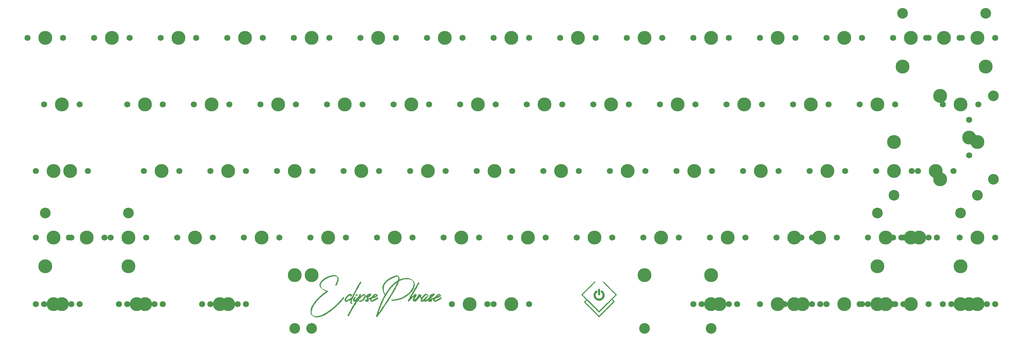
<source format=gbr>
%TF.GenerationSoftware,KiCad,Pcbnew,(5.1.11)-1*%
%TF.CreationDate,2022-08-27T18:46:52+07:00*%
%TF.ProjectId,Eclipse60,45636c69-7073-4653-9630-2e6b69636164,rev?*%
%TF.SameCoordinates,Original*%
%TF.FileFunction,Soldermask,Top*%
%TF.FilePolarity,Negative*%
%FSLAX46Y46*%
G04 Gerber Fmt 4.6, Leading zero omitted, Abs format (unit mm)*
G04 Created by KiCad (PCBNEW (5.1.11)-1) date 2022-08-27 18:46:52*
%MOMM*%
%LPD*%
G01*
G04 APERTURE LIST*
%ADD10C,0.010000*%
%ADD11C,3.048000*%
%ADD12C,3.987800*%
%ADD13C,1.750000*%
G04 APERTURE END LIST*
D10*
%TO.C,G\u002A\u002A\u002A*%
G36*
X196592463Y-109923419D02*
G01*
X196634370Y-109934878D01*
X196645630Y-109939438D01*
X196688764Y-109964058D01*
X196727263Y-109996941D01*
X196759150Y-110035914D01*
X196782449Y-110078802D01*
X196789127Y-110097230D01*
X196790858Y-110103066D01*
X196792406Y-110109174D01*
X196793780Y-110116193D01*
X196794991Y-110124761D01*
X196796049Y-110135518D01*
X196796963Y-110149102D01*
X196797745Y-110166153D01*
X196798404Y-110187309D01*
X196798951Y-110213210D01*
X196799395Y-110244495D01*
X196799746Y-110281802D01*
X196800015Y-110325770D01*
X196800213Y-110377039D01*
X196800348Y-110436248D01*
X196800432Y-110504035D01*
X196800473Y-110581039D01*
X196800484Y-110667901D01*
X196800473Y-110765257D01*
X196800464Y-110811595D01*
X196800393Y-110920344D01*
X196800229Y-111021040D01*
X196799974Y-111113355D01*
X196799631Y-111196966D01*
X196799203Y-111271547D01*
X196798693Y-111336774D01*
X196798102Y-111392321D01*
X196797434Y-111437865D01*
X196796692Y-111473079D01*
X196795877Y-111497640D01*
X196794994Y-111511221D01*
X196794674Y-111513297D01*
X196781002Y-111554078D01*
X196758821Y-111592341D01*
X196730717Y-111626370D01*
X196699490Y-111656434D01*
X196669018Y-111678095D01*
X196635879Y-111693577D01*
X196618343Y-111699371D01*
X196585538Y-111705837D01*
X196547758Y-111708222D01*
X196509644Y-111706576D01*
X196475842Y-111700945D01*
X196465062Y-111697761D01*
X196417910Y-111675628D01*
X196376276Y-111644450D01*
X196341436Y-111605776D01*
X196314671Y-111561158D01*
X196297260Y-111512147D01*
X196292778Y-111488802D01*
X196291889Y-111476707D01*
X196291075Y-111454119D01*
X196290336Y-111421952D01*
X196289672Y-111381121D01*
X196289083Y-111332540D01*
X196288569Y-111277123D01*
X196288129Y-111215785D01*
X196287764Y-111149440D01*
X196287473Y-111079003D01*
X196287257Y-111005387D01*
X196287115Y-110929507D01*
X196287048Y-110852277D01*
X196287055Y-110774612D01*
X196287136Y-110697427D01*
X196287291Y-110621634D01*
X196287520Y-110548150D01*
X196287824Y-110477887D01*
X196288201Y-110411761D01*
X196288653Y-110350686D01*
X196289178Y-110295576D01*
X196289777Y-110247345D01*
X196290450Y-110206908D01*
X196291196Y-110175179D01*
X196292016Y-110153073D01*
X196292873Y-110141746D01*
X196305818Y-110090271D01*
X196328531Y-110043306D01*
X196359861Y-110002029D01*
X196398655Y-109967622D01*
X196443761Y-109941264D01*
X196494029Y-109924135D01*
X196508007Y-109921303D01*
X196548676Y-109918675D01*
X196592463Y-109923419D01*
G37*
X196592463Y-109923419D02*
X196634370Y-109934878D01*
X196645630Y-109939438D01*
X196688764Y-109964058D01*
X196727263Y-109996941D01*
X196759150Y-110035914D01*
X196782449Y-110078802D01*
X196789127Y-110097230D01*
X196790858Y-110103066D01*
X196792406Y-110109174D01*
X196793780Y-110116193D01*
X196794991Y-110124761D01*
X196796049Y-110135518D01*
X196796963Y-110149102D01*
X196797745Y-110166153D01*
X196798404Y-110187309D01*
X196798951Y-110213210D01*
X196799395Y-110244495D01*
X196799746Y-110281802D01*
X196800015Y-110325770D01*
X196800213Y-110377039D01*
X196800348Y-110436248D01*
X196800432Y-110504035D01*
X196800473Y-110581039D01*
X196800484Y-110667901D01*
X196800473Y-110765257D01*
X196800464Y-110811595D01*
X196800393Y-110920344D01*
X196800229Y-111021040D01*
X196799974Y-111113355D01*
X196799631Y-111196966D01*
X196799203Y-111271547D01*
X196798693Y-111336774D01*
X196798102Y-111392321D01*
X196797434Y-111437865D01*
X196796692Y-111473079D01*
X196795877Y-111497640D01*
X196794994Y-111511221D01*
X196794674Y-111513297D01*
X196781002Y-111554078D01*
X196758821Y-111592341D01*
X196730717Y-111626370D01*
X196699490Y-111656434D01*
X196669018Y-111678095D01*
X196635879Y-111693577D01*
X196618343Y-111699371D01*
X196585538Y-111705837D01*
X196547758Y-111708222D01*
X196509644Y-111706576D01*
X196475842Y-111700945D01*
X196465062Y-111697761D01*
X196417910Y-111675628D01*
X196376276Y-111644450D01*
X196341436Y-111605776D01*
X196314671Y-111561158D01*
X196297260Y-111512147D01*
X196292778Y-111488802D01*
X196291889Y-111476707D01*
X196291075Y-111454119D01*
X196290336Y-111421952D01*
X196289672Y-111381121D01*
X196289083Y-111332540D01*
X196288569Y-111277123D01*
X196288129Y-111215785D01*
X196287764Y-111149440D01*
X196287473Y-111079003D01*
X196287257Y-111005387D01*
X196287115Y-110929507D01*
X196287048Y-110852277D01*
X196287055Y-110774612D01*
X196287136Y-110697427D01*
X196287291Y-110621634D01*
X196287520Y-110548150D01*
X196287824Y-110477887D01*
X196288201Y-110411761D01*
X196288653Y-110350686D01*
X196289178Y-110295576D01*
X196289777Y-110247345D01*
X196290450Y-110206908D01*
X196291196Y-110175179D01*
X196292016Y-110153073D01*
X196292873Y-110141746D01*
X196305818Y-110090271D01*
X196328531Y-110043306D01*
X196359861Y-110002029D01*
X196398655Y-109967622D01*
X196443761Y-109941264D01*
X196494029Y-109924135D01*
X196508007Y-109921303D01*
X196548676Y-109918675D01*
X196592463Y-109923419D01*
G36*
X197373408Y-110439477D02*
G01*
X197421584Y-110456719D01*
X197446674Y-110470989D01*
X197477787Y-110492559D01*
X197513384Y-110520176D01*
X197551926Y-110552587D01*
X197591874Y-110588541D01*
X197631691Y-110626782D01*
X197637079Y-110632160D01*
X197707015Y-110706169D01*
X197768349Y-110779862D01*
X197823185Y-110856164D01*
X197873623Y-110938002D01*
X197921765Y-111028302D01*
X197922182Y-111029137D01*
X197975290Y-111148257D01*
X198017760Y-111270981D01*
X198049517Y-111396588D01*
X198070485Y-111524354D01*
X198080590Y-111653557D01*
X198079756Y-111783473D01*
X198067908Y-111913381D01*
X198044972Y-112042557D01*
X198032682Y-112093836D01*
X198001383Y-112197196D01*
X197960722Y-112302303D01*
X197911944Y-112406679D01*
X197856293Y-112507849D01*
X197795013Y-112603334D01*
X197738857Y-112678892D01*
X197711946Y-112710692D01*
X197678586Y-112747169D01*
X197641237Y-112785865D01*
X197602360Y-112824319D01*
X197564415Y-112860071D01*
X197529861Y-112890660D01*
X197514087Y-112903681D01*
X197421317Y-112971861D01*
X197321397Y-113034345D01*
X197216366Y-113090162D01*
X197108263Y-113138342D01*
X196999126Y-113177916D01*
X196890994Y-113207913D01*
X196860536Y-113214596D01*
X196782765Y-113228220D01*
X196700140Y-113238382D01*
X196616199Y-113244835D01*
X196534475Y-113247336D01*
X196458506Y-113245639D01*
X196434827Y-113244079D01*
X196314546Y-113230013D01*
X196197076Y-113206656D01*
X196082755Y-113174550D01*
X195958137Y-113128886D01*
X195839411Y-113073677D01*
X195726955Y-113009373D01*
X195621147Y-112936424D01*
X195522367Y-112855283D01*
X195430993Y-112766400D01*
X195347404Y-112670224D01*
X195271977Y-112567208D01*
X195205093Y-112457802D01*
X195147128Y-112342457D01*
X195098462Y-112221623D01*
X195059474Y-112095751D01*
X195030541Y-111965292D01*
X195021760Y-111911184D01*
X195017165Y-111869753D01*
X195013916Y-111819840D01*
X195012014Y-111764301D01*
X195011460Y-111705990D01*
X195012255Y-111647763D01*
X195014398Y-111592474D01*
X195017892Y-111542979D01*
X195021666Y-111509421D01*
X195045575Y-111377704D01*
X195080105Y-111249564D01*
X195125023Y-111125558D01*
X195180094Y-111006245D01*
X195245086Y-110892182D01*
X195319763Y-110783926D01*
X195332925Y-110766757D01*
X195364506Y-110728330D01*
X195400760Y-110687886D01*
X195440236Y-110646761D01*
X195481485Y-110606290D01*
X195523056Y-110567809D01*
X195563499Y-110532654D01*
X195601365Y-110502160D01*
X195635204Y-110477663D01*
X195663565Y-110460498D01*
X195667592Y-110458476D01*
X195717242Y-110440511D01*
X195768744Y-110433128D01*
X195820354Y-110436152D01*
X195870330Y-110449410D01*
X195916930Y-110472731D01*
X195934402Y-110484966D01*
X195958931Y-110508132D01*
X195983030Y-110538468D01*
X196003909Y-110571979D01*
X196018776Y-110604666D01*
X196019559Y-110606937D01*
X196029846Y-110654407D01*
X196030692Y-110704765D01*
X196022491Y-110755105D01*
X196005634Y-110802516D01*
X195989150Y-110832021D01*
X195976137Y-110848321D01*
X195957228Y-110867942D01*
X195935770Y-110887498D01*
X195927654Y-110894201D01*
X195895165Y-110921813D01*
X195859200Y-110955141D01*
X195821940Y-110991930D01*
X195785562Y-111029924D01*
X195752244Y-111066867D01*
X195724165Y-111100505D01*
X195708958Y-111120645D01*
X195660817Y-111196288D01*
X195617963Y-111279484D01*
X195581751Y-111367068D01*
X195553535Y-111455878D01*
X195539214Y-111517342D01*
X195531518Y-111567336D01*
X195526145Y-111624616D01*
X195523244Y-111685263D01*
X195522966Y-111745356D01*
X195525461Y-111800976D01*
X195527513Y-111823362D01*
X195544676Y-111928142D01*
X195572698Y-112030109D01*
X195611216Y-112128531D01*
X195659864Y-112222673D01*
X195718278Y-112311800D01*
X195786093Y-112395180D01*
X195838725Y-112449505D01*
X195916900Y-112516954D01*
X196002690Y-112576772D01*
X196094596Y-112628202D01*
X196191118Y-112670485D01*
X196290756Y-112702862D01*
X196378221Y-112722281D01*
X196412618Y-112726801D01*
X196454975Y-112730102D01*
X196502301Y-112732155D01*
X196551602Y-112732929D01*
X196599886Y-112732395D01*
X196644161Y-112730524D01*
X196681434Y-112727287D01*
X196695008Y-112725395D01*
X196801858Y-112702482D01*
X196904524Y-112669385D01*
X197002348Y-112626538D01*
X197094672Y-112574378D01*
X197180837Y-112513340D01*
X197260185Y-112443858D01*
X197332058Y-112366369D01*
X197395796Y-112281307D01*
X197417219Y-112247948D01*
X197436922Y-112213513D01*
X197458219Y-112172298D01*
X197479299Y-112128137D01*
X197498349Y-112084865D01*
X197513559Y-112046318D01*
X197516836Y-112037033D01*
X197545278Y-111936274D01*
X197562910Y-111833240D01*
X197569840Y-111728986D01*
X197566174Y-111624572D01*
X197552021Y-111521053D01*
X197527489Y-111419489D01*
X197492684Y-111320935D01*
X197447716Y-111226451D01*
X197431316Y-111197450D01*
X197385424Y-111125590D01*
X197335674Y-111060216D01*
X197279879Y-110998784D01*
X197215851Y-110938749D01*
X197189808Y-110916523D01*
X197164842Y-110894978D01*
X197141387Y-110873445D01*
X197121713Y-110854097D01*
X197108091Y-110839106D01*
X197105762Y-110836110D01*
X197083066Y-110796557D01*
X197067544Y-110751183D01*
X197059854Y-110703350D01*
X197060655Y-110656423D01*
X197065420Y-110630359D01*
X197083711Y-110579751D01*
X197110280Y-110535565D01*
X197143873Y-110498410D01*
X197183240Y-110468898D01*
X197227129Y-110447639D01*
X197274288Y-110435242D01*
X197323465Y-110432318D01*
X197373408Y-110439477D01*
G37*
X197373408Y-110439477D02*
X197421584Y-110456719D01*
X197446674Y-110470989D01*
X197477787Y-110492559D01*
X197513384Y-110520176D01*
X197551926Y-110552587D01*
X197591874Y-110588541D01*
X197631691Y-110626782D01*
X197637079Y-110632160D01*
X197707015Y-110706169D01*
X197768349Y-110779862D01*
X197823185Y-110856164D01*
X197873623Y-110938002D01*
X197921765Y-111028302D01*
X197922182Y-111029137D01*
X197975290Y-111148257D01*
X198017760Y-111270981D01*
X198049517Y-111396588D01*
X198070485Y-111524354D01*
X198080590Y-111653557D01*
X198079756Y-111783473D01*
X198067908Y-111913381D01*
X198044972Y-112042557D01*
X198032682Y-112093836D01*
X198001383Y-112197196D01*
X197960722Y-112302303D01*
X197911944Y-112406679D01*
X197856293Y-112507849D01*
X197795013Y-112603334D01*
X197738857Y-112678892D01*
X197711946Y-112710692D01*
X197678586Y-112747169D01*
X197641237Y-112785865D01*
X197602360Y-112824319D01*
X197564415Y-112860071D01*
X197529861Y-112890660D01*
X197514087Y-112903681D01*
X197421317Y-112971861D01*
X197321397Y-113034345D01*
X197216366Y-113090162D01*
X197108263Y-113138342D01*
X196999126Y-113177916D01*
X196890994Y-113207913D01*
X196860536Y-113214596D01*
X196782765Y-113228220D01*
X196700140Y-113238382D01*
X196616199Y-113244835D01*
X196534475Y-113247336D01*
X196458506Y-113245639D01*
X196434827Y-113244079D01*
X196314546Y-113230013D01*
X196197076Y-113206656D01*
X196082755Y-113174550D01*
X195958137Y-113128886D01*
X195839411Y-113073677D01*
X195726955Y-113009373D01*
X195621147Y-112936424D01*
X195522367Y-112855283D01*
X195430993Y-112766400D01*
X195347404Y-112670224D01*
X195271977Y-112567208D01*
X195205093Y-112457802D01*
X195147128Y-112342457D01*
X195098462Y-112221623D01*
X195059474Y-112095751D01*
X195030541Y-111965292D01*
X195021760Y-111911184D01*
X195017165Y-111869753D01*
X195013916Y-111819840D01*
X195012014Y-111764301D01*
X195011460Y-111705990D01*
X195012255Y-111647763D01*
X195014398Y-111592474D01*
X195017892Y-111542979D01*
X195021666Y-111509421D01*
X195045575Y-111377704D01*
X195080105Y-111249564D01*
X195125023Y-111125558D01*
X195180094Y-111006245D01*
X195245086Y-110892182D01*
X195319763Y-110783926D01*
X195332925Y-110766757D01*
X195364506Y-110728330D01*
X195400760Y-110687886D01*
X195440236Y-110646761D01*
X195481485Y-110606290D01*
X195523056Y-110567809D01*
X195563499Y-110532654D01*
X195601365Y-110502160D01*
X195635204Y-110477663D01*
X195663565Y-110460498D01*
X195667592Y-110458476D01*
X195717242Y-110440511D01*
X195768744Y-110433128D01*
X195820354Y-110436152D01*
X195870330Y-110449410D01*
X195916930Y-110472731D01*
X195934402Y-110484966D01*
X195958931Y-110508132D01*
X195983030Y-110538468D01*
X196003909Y-110571979D01*
X196018776Y-110604666D01*
X196019559Y-110606937D01*
X196029846Y-110654407D01*
X196030692Y-110704765D01*
X196022491Y-110755105D01*
X196005634Y-110802516D01*
X195989150Y-110832021D01*
X195976137Y-110848321D01*
X195957228Y-110867942D01*
X195935770Y-110887498D01*
X195927654Y-110894201D01*
X195895165Y-110921813D01*
X195859200Y-110955141D01*
X195821940Y-110991930D01*
X195785562Y-111029924D01*
X195752244Y-111066867D01*
X195724165Y-111100505D01*
X195708958Y-111120645D01*
X195660817Y-111196288D01*
X195617963Y-111279484D01*
X195581751Y-111367068D01*
X195553535Y-111455878D01*
X195539214Y-111517342D01*
X195531518Y-111567336D01*
X195526145Y-111624616D01*
X195523244Y-111685263D01*
X195522966Y-111745356D01*
X195525461Y-111800976D01*
X195527513Y-111823362D01*
X195544676Y-111928142D01*
X195572698Y-112030109D01*
X195611216Y-112128531D01*
X195659864Y-112222673D01*
X195718278Y-112311800D01*
X195786093Y-112395180D01*
X195838725Y-112449505D01*
X195916900Y-112516954D01*
X196002690Y-112576772D01*
X196094596Y-112628202D01*
X196191118Y-112670485D01*
X196290756Y-112702862D01*
X196378221Y-112722281D01*
X196412618Y-112726801D01*
X196454975Y-112730102D01*
X196502301Y-112732155D01*
X196551602Y-112732929D01*
X196599886Y-112732395D01*
X196644161Y-112730524D01*
X196681434Y-112727287D01*
X196695008Y-112725395D01*
X196801858Y-112702482D01*
X196904524Y-112669385D01*
X197002348Y-112626538D01*
X197094672Y-112574378D01*
X197180837Y-112513340D01*
X197260185Y-112443858D01*
X197332058Y-112366369D01*
X197395796Y-112281307D01*
X197417219Y-112247948D01*
X197436922Y-112213513D01*
X197458219Y-112172298D01*
X197479299Y-112128137D01*
X197498349Y-112084865D01*
X197513559Y-112046318D01*
X197516836Y-112037033D01*
X197545278Y-111936274D01*
X197562910Y-111833240D01*
X197569840Y-111728986D01*
X197566174Y-111624572D01*
X197552021Y-111521053D01*
X197527489Y-111419489D01*
X197492684Y-111320935D01*
X197447716Y-111226451D01*
X197431316Y-111197450D01*
X197385424Y-111125590D01*
X197335674Y-111060216D01*
X197279879Y-110998784D01*
X197215851Y-110938749D01*
X197189808Y-110916523D01*
X197164842Y-110894978D01*
X197141387Y-110873445D01*
X197121713Y-110854097D01*
X197108091Y-110839106D01*
X197105762Y-110836110D01*
X197083066Y-110796557D01*
X197067544Y-110751183D01*
X197059854Y-110703350D01*
X197060655Y-110656423D01*
X197065420Y-110630359D01*
X197083711Y-110579751D01*
X197110280Y-110535565D01*
X197143873Y-110498410D01*
X197183240Y-110468898D01*
X197227129Y-110447639D01*
X197274288Y-110435242D01*
X197323465Y-110432318D01*
X197373408Y-110439477D01*
G36*
X195306480Y-107852277D02*
G01*
X195339073Y-107863403D01*
X195367141Y-107883159D01*
X195381069Y-107899305D01*
X195394341Y-107926645D01*
X195400933Y-107959018D01*
X195400176Y-107991755D01*
X195396580Y-108007610D01*
X195394913Y-108010528D01*
X195390961Y-108015664D01*
X195384520Y-108023224D01*
X195375387Y-108033413D01*
X195363357Y-108046437D01*
X195348227Y-108062502D01*
X195329793Y-108081813D01*
X195307851Y-108104577D01*
X195282197Y-108130999D01*
X195252627Y-108161284D01*
X195218937Y-108195639D01*
X195180923Y-108234270D01*
X195138381Y-108277381D01*
X195091107Y-108325180D01*
X195038898Y-108377870D01*
X194981549Y-108435659D01*
X194918857Y-108498752D01*
X194850617Y-108567355D01*
X194776626Y-108641673D01*
X194696680Y-108721913D01*
X194610574Y-108808279D01*
X194518105Y-108900978D01*
X194419069Y-109000216D01*
X194313262Y-109106198D01*
X194200480Y-109219129D01*
X194080519Y-109339217D01*
X193953175Y-109466665D01*
X193818244Y-109601681D01*
X193675523Y-109744470D01*
X193613597Y-109806420D01*
X191837637Y-111583003D01*
X196546607Y-116291973D01*
X198901097Y-113937478D01*
X201255586Y-111582983D01*
X199482413Y-109809264D01*
X199363099Y-109689891D01*
X199245798Y-109572491D01*
X199130770Y-109457323D01*
X199018275Y-109344649D01*
X198908573Y-109234732D01*
X198801923Y-109127831D01*
X198698585Y-109024208D01*
X198598819Y-108924125D01*
X198502886Y-108827842D01*
X198411044Y-108735621D01*
X198323554Y-108647724D01*
X198240675Y-108564411D01*
X198162667Y-108485945D01*
X198089790Y-108412585D01*
X198022305Y-108344594D01*
X197960470Y-108282232D01*
X197904545Y-108225762D01*
X197854790Y-108175444D01*
X197811466Y-108131540D01*
X197774832Y-108094310D01*
X197745147Y-108064017D01*
X197722672Y-108040921D01*
X197707667Y-108025284D01*
X197700390Y-108017367D01*
X197699727Y-108016488D01*
X197691054Y-107987283D01*
X197691007Y-107954862D01*
X197698921Y-107922642D01*
X197714130Y-107894042D01*
X197726227Y-107880277D01*
X197753345Y-107862301D01*
X197785654Y-107852332D01*
X197819761Y-107850854D01*
X197852270Y-107858351D01*
X197859037Y-107861334D01*
X197864477Y-107865710D01*
X197876586Y-107876809D01*
X197895426Y-107894696D01*
X197921062Y-107919433D01*
X197953559Y-107951085D01*
X197992981Y-107989716D01*
X198039390Y-108035388D01*
X198092853Y-108088166D01*
X198153432Y-108148114D01*
X198221192Y-108215294D01*
X198296197Y-108289771D01*
X198378511Y-108371609D01*
X198468198Y-108460872D01*
X198565322Y-108557622D01*
X198669948Y-108661923D01*
X198782139Y-108773840D01*
X198901959Y-108893437D01*
X199029473Y-109020776D01*
X199164745Y-109155921D01*
X199307838Y-109298936D01*
X199458818Y-109449886D01*
X199617747Y-109608833D01*
X199706724Y-109697839D01*
X201531204Y-111523050D01*
X201538091Y-111553016D01*
X201541976Y-111577703D01*
X201540581Y-111600447D01*
X201538064Y-111612948D01*
X201537034Y-111617100D01*
X201535652Y-111621309D01*
X201533530Y-111625978D01*
X201530283Y-111631509D01*
X201525523Y-111638301D01*
X201518865Y-111646758D01*
X201509922Y-111657281D01*
X201498308Y-111670270D01*
X201483636Y-111686129D01*
X201465521Y-111705257D01*
X201443574Y-111728057D01*
X201417411Y-111754931D01*
X201386645Y-111786279D01*
X201350889Y-111822504D01*
X201309757Y-111864006D01*
X201262863Y-111911187D01*
X201209820Y-111964450D01*
X201150241Y-112024194D01*
X201083741Y-112090823D01*
X201009933Y-112164737D01*
X200931127Y-112243638D01*
X200331103Y-112844362D01*
X200637053Y-113151189D01*
X200694121Y-113208442D01*
X200743658Y-113258212D01*
X200786209Y-113301082D01*
X200822320Y-113337634D01*
X200852538Y-113368454D01*
X200877407Y-113394125D01*
X200897474Y-113415230D01*
X200913284Y-113432353D01*
X200925382Y-113446078D01*
X200934315Y-113456988D01*
X200940628Y-113465668D01*
X200944867Y-113472699D01*
X200947577Y-113478667D01*
X200949305Y-113484155D01*
X200949650Y-113485530D01*
X200953292Y-113519934D01*
X200948164Y-113552811D01*
X200941978Y-113568269D01*
X200937566Y-113573077D01*
X200925316Y-113585720D01*
X200905460Y-113605962D01*
X200878235Y-113633570D01*
X200843874Y-113668306D01*
X200802613Y-113709935D01*
X200754686Y-113758223D01*
X200700327Y-113812934D01*
X200639771Y-113873833D01*
X200573254Y-113940683D01*
X200501008Y-114013250D01*
X200423270Y-114091299D01*
X200340273Y-114174593D01*
X200252252Y-114262898D01*
X200159443Y-114355978D01*
X200062079Y-114453598D01*
X199960395Y-114555523D01*
X199854625Y-114661516D01*
X199745005Y-114771343D01*
X199631769Y-114884769D01*
X199515152Y-115001557D01*
X199395387Y-115121473D01*
X199272711Y-115244281D01*
X199147357Y-115369746D01*
X199019560Y-115497632D01*
X198889554Y-115627705D01*
X198775168Y-115742130D01*
X198599954Y-115917374D01*
X198432710Y-116084611D01*
X198273352Y-116243925D01*
X198121798Y-116395398D01*
X197977963Y-116539114D01*
X197841763Y-116675157D01*
X197713115Y-116803609D01*
X197591935Y-116924555D01*
X197478139Y-117038076D01*
X197371644Y-117144257D01*
X197272366Y-117243181D01*
X197180221Y-117334932D01*
X197095124Y-117419591D01*
X197016994Y-117497243D01*
X196945745Y-117567972D01*
X196881295Y-117631859D01*
X196823559Y-117688990D01*
X196772453Y-117739446D01*
X196727894Y-117783311D01*
X196689799Y-117820669D01*
X196658083Y-117851602D01*
X196632662Y-117876195D01*
X196613454Y-117894530D01*
X196600374Y-117906690D01*
X196593338Y-117912760D01*
X196592266Y-117913471D01*
X196560460Y-117922401D01*
X196524989Y-117921960D01*
X196503794Y-117917317D01*
X196500728Y-117915336D01*
X196494580Y-117910222D01*
X196485177Y-117901802D01*
X196472347Y-117889905D01*
X196455916Y-117874360D01*
X196435712Y-117854994D01*
X196411562Y-117831636D01*
X196383294Y-117804114D01*
X196350733Y-117772257D01*
X196313708Y-117735893D01*
X196272045Y-117694850D01*
X196225572Y-117648957D01*
X196174115Y-117598043D01*
X196117503Y-117541935D01*
X196055562Y-117480462D01*
X195988119Y-117413452D01*
X195915001Y-117340734D01*
X195836036Y-117262135D01*
X195751051Y-117177486D01*
X195659872Y-117086613D01*
X195562328Y-116989345D01*
X195458245Y-116885511D01*
X195347450Y-116774938D01*
X195229770Y-116657456D01*
X195105033Y-116532893D01*
X194973066Y-116401076D01*
X194833696Y-116261835D01*
X194686750Y-116114998D01*
X194532055Y-115960393D01*
X194398996Y-115827394D01*
X194265948Y-115694380D01*
X194135287Y-115563716D01*
X194007240Y-115435628D01*
X193882035Y-115310344D01*
X193759896Y-115188093D01*
X193641053Y-115069102D01*
X193525730Y-114953599D01*
X193414156Y-114841811D01*
X193306556Y-114733967D01*
X193203158Y-114630295D01*
X193104189Y-114531021D01*
X193009875Y-114436374D01*
X192920444Y-114346582D01*
X192836121Y-114261873D01*
X192757135Y-114182473D01*
X192683711Y-114108612D01*
X192616076Y-114040517D01*
X192554458Y-113978416D01*
X192499083Y-113922536D01*
X192450178Y-113873106D01*
X192407970Y-113830352D01*
X192372685Y-113794504D01*
X192344551Y-113765788D01*
X192323794Y-113744433D01*
X192310641Y-113730666D01*
X192305319Y-113724716D01*
X192305230Y-113724567D01*
X192294045Y-113689793D01*
X192293982Y-113672066D01*
X192579648Y-113672066D01*
X194560272Y-115652788D01*
X194686331Y-115778838D01*
X194810376Y-115902843D01*
X194932164Y-116024560D01*
X195051448Y-116143745D01*
X195167984Y-116260154D01*
X195281528Y-116373544D01*
X195391834Y-116483669D01*
X195498658Y-116590288D01*
X195601755Y-116693155D01*
X195700880Y-116792027D01*
X195795788Y-116886660D01*
X195886235Y-116976811D01*
X195971977Y-117062234D01*
X196052767Y-117142688D01*
X196128361Y-117217927D01*
X196198515Y-117287708D01*
X196262984Y-117351787D01*
X196321522Y-117409921D01*
X196373886Y-117461864D01*
X196419830Y-117507375D01*
X196459110Y-117546208D01*
X196491481Y-117578120D01*
X196516697Y-117602867D01*
X196534515Y-117620205D01*
X196544689Y-117629890D01*
X196547152Y-117631988D01*
X196551538Y-117627892D01*
X196563749Y-117615957D01*
X196583544Y-117596422D01*
X196610683Y-117569527D01*
X196644927Y-117535511D01*
X196686035Y-117494615D01*
X196733767Y-117447079D01*
X196787884Y-117393143D01*
X196848144Y-117333045D01*
X196914308Y-117267027D01*
X196986136Y-117195327D01*
X197063387Y-117118187D01*
X197145823Y-117035845D01*
X197233201Y-116948542D01*
X197325283Y-116856517D01*
X197421829Y-116760011D01*
X197522598Y-116659262D01*
X197627349Y-116554512D01*
X197735844Y-116446000D01*
X197847842Y-116333965D01*
X197963103Y-116218648D01*
X198081387Y-116100288D01*
X198202453Y-115979125D01*
X198326062Y-115855400D01*
X198451973Y-115729352D01*
X198579947Y-115601220D01*
X198608746Y-115572383D01*
X200664084Y-113514302D01*
X200413299Y-113263566D01*
X200162515Y-113012830D01*
X198388806Y-114786342D01*
X198232958Y-114942155D01*
X198085042Y-115089998D01*
X197944939Y-115229990D01*
X197812528Y-115362251D01*
X197687688Y-115486902D01*
X197570299Y-115604062D01*
X197460239Y-115713852D01*
X197357388Y-115816390D01*
X197261626Y-115911796D01*
X197172831Y-116000192D01*
X197090883Y-116081696D01*
X197015661Y-116156428D01*
X196947045Y-116224509D01*
X196884913Y-116286058D01*
X196829145Y-116341195D01*
X196779620Y-116390039D01*
X196736218Y-116432712D01*
X196698818Y-116469332D01*
X196667299Y-116500019D01*
X196641540Y-116524894D01*
X196621420Y-116544076D01*
X196606820Y-116557686D01*
X196597618Y-116565842D01*
X196593877Y-116568609D01*
X196569561Y-116574951D01*
X196540941Y-116577128D01*
X196513650Y-116574972D01*
X196499885Y-116571393D01*
X196494695Y-116566946D01*
X196481670Y-116554648D01*
X196461038Y-116534724D01*
X196433029Y-116507404D01*
X196397873Y-116472915D01*
X196355797Y-116431485D01*
X196307031Y-116383341D01*
X196251805Y-116328711D01*
X196190347Y-116267822D01*
X196122887Y-116200903D01*
X196049653Y-116128182D01*
X195970875Y-116049885D01*
X195886781Y-115966240D01*
X195797602Y-115877476D01*
X195703565Y-115783820D01*
X195604900Y-115685500D01*
X195501836Y-115582742D01*
X195394602Y-115475776D01*
X195283428Y-115364829D01*
X195168542Y-115250128D01*
X195050173Y-115131902D01*
X194928551Y-115010377D01*
X194803905Y-114885782D01*
X194784298Y-114866179D01*
X193084778Y-113166936D01*
X192579648Y-113672066D01*
X192293982Y-113672066D01*
X192293920Y-113654760D01*
X192297173Y-113639252D01*
X192298966Y-113633747D01*
X192301799Y-113627689D01*
X192306219Y-113620495D01*
X192312770Y-113611585D01*
X192321997Y-113600378D01*
X192334445Y-113586291D01*
X192350659Y-113568745D01*
X192371185Y-113547158D01*
X192396567Y-113520948D01*
X192427350Y-113489534D01*
X192464080Y-113452336D01*
X192507302Y-113408771D01*
X192557560Y-113358259D01*
X192610358Y-113305274D01*
X192916270Y-112998420D01*
X192241576Y-112323521D01*
X192145718Y-112227581D01*
X192057808Y-112139482D01*
X191977670Y-112059046D01*
X191905129Y-111986095D01*
X191840011Y-111920449D01*
X191782138Y-111861931D01*
X191731337Y-111810361D01*
X191687431Y-111765560D01*
X191650244Y-111727351D01*
X191619603Y-111695554D01*
X191595330Y-111669990D01*
X191577252Y-111650481D01*
X191565191Y-111636849D01*
X191558973Y-111628914D01*
X191558125Y-111627401D01*
X191550377Y-111594742D01*
X191552067Y-111560429D01*
X191560334Y-111534465D01*
X191565216Y-111528598D01*
X191577873Y-111514998D01*
X191597993Y-111493978D01*
X191625266Y-111465848D01*
X191659378Y-111430920D01*
X191700020Y-111389506D01*
X191746879Y-111341917D01*
X191799643Y-111288464D01*
X191858001Y-111229459D01*
X191921642Y-111165213D01*
X191990253Y-111096037D01*
X192063524Y-111022244D01*
X192141143Y-110944144D01*
X192222797Y-110862049D01*
X192308177Y-110776270D01*
X192396969Y-110687118D01*
X192488862Y-110594906D01*
X192583546Y-110499944D01*
X192680708Y-110402545D01*
X192780036Y-110303018D01*
X192881219Y-110201677D01*
X192983946Y-110098831D01*
X193087905Y-109994793D01*
X193192785Y-109889874D01*
X193298273Y-109784386D01*
X193404058Y-109678639D01*
X193509829Y-109572945D01*
X193615274Y-109467617D01*
X193720081Y-109362964D01*
X193823940Y-109259299D01*
X193926537Y-109156933D01*
X194027563Y-109056177D01*
X194126705Y-108957342D01*
X194223651Y-108860741D01*
X194318090Y-108766685D01*
X194409711Y-108675484D01*
X194498201Y-108587451D01*
X194583250Y-108502897D01*
X194664546Y-108422133D01*
X194741777Y-108345471D01*
X194814631Y-108273222D01*
X194882797Y-108205697D01*
X194945964Y-108143208D01*
X195003820Y-108086067D01*
X195056052Y-108034584D01*
X195102351Y-107989072D01*
X195142404Y-107949841D01*
X195175899Y-107917203D01*
X195202525Y-107891469D01*
X195221970Y-107872951D01*
X195233924Y-107861961D01*
X195237892Y-107858794D01*
X195271905Y-107850501D01*
X195306480Y-107852277D01*
G37*
X195306480Y-107852277D02*
X195339073Y-107863403D01*
X195367141Y-107883159D01*
X195381069Y-107899305D01*
X195394341Y-107926645D01*
X195400933Y-107959018D01*
X195400176Y-107991755D01*
X195396580Y-108007610D01*
X195394913Y-108010528D01*
X195390961Y-108015664D01*
X195384520Y-108023224D01*
X195375387Y-108033413D01*
X195363357Y-108046437D01*
X195348227Y-108062502D01*
X195329793Y-108081813D01*
X195307851Y-108104577D01*
X195282197Y-108130999D01*
X195252627Y-108161284D01*
X195218937Y-108195639D01*
X195180923Y-108234270D01*
X195138381Y-108277381D01*
X195091107Y-108325180D01*
X195038898Y-108377870D01*
X194981549Y-108435659D01*
X194918857Y-108498752D01*
X194850617Y-108567355D01*
X194776626Y-108641673D01*
X194696680Y-108721913D01*
X194610574Y-108808279D01*
X194518105Y-108900978D01*
X194419069Y-109000216D01*
X194313262Y-109106198D01*
X194200480Y-109219129D01*
X194080519Y-109339217D01*
X193953175Y-109466665D01*
X193818244Y-109601681D01*
X193675523Y-109744470D01*
X193613597Y-109806420D01*
X191837637Y-111583003D01*
X196546607Y-116291973D01*
X198901097Y-113937478D01*
X201255586Y-111582983D01*
X199482413Y-109809264D01*
X199363099Y-109689891D01*
X199245798Y-109572491D01*
X199130770Y-109457323D01*
X199018275Y-109344649D01*
X198908573Y-109234732D01*
X198801923Y-109127831D01*
X198698585Y-109024208D01*
X198598819Y-108924125D01*
X198502886Y-108827842D01*
X198411044Y-108735621D01*
X198323554Y-108647724D01*
X198240675Y-108564411D01*
X198162667Y-108485945D01*
X198089790Y-108412585D01*
X198022305Y-108344594D01*
X197960470Y-108282232D01*
X197904545Y-108225762D01*
X197854790Y-108175444D01*
X197811466Y-108131540D01*
X197774832Y-108094310D01*
X197745147Y-108064017D01*
X197722672Y-108040921D01*
X197707667Y-108025284D01*
X197700390Y-108017367D01*
X197699727Y-108016488D01*
X197691054Y-107987283D01*
X197691007Y-107954862D01*
X197698921Y-107922642D01*
X197714130Y-107894042D01*
X197726227Y-107880277D01*
X197753345Y-107862301D01*
X197785654Y-107852332D01*
X197819761Y-107850854D01*
X197852270Y-107858351D01*
X197859037Y-107861334D01*
X197864477Y-107865710D01*
X197876586Y-107876809D01*
X197895426Y-107894696D01*
X197921062Y-107919433D01*
X197953559Y-107951085D01*
X197992981Y-107989716D01*
X198039390Y-108035388D01*
X198092853Y-108088166D01*
X198153432Y-108148114D01*
X198221192Y-108215294D01*
X198296197Y-108289771D01*
X198378511Y-108371609D01*
X198468198Y-108460872D01*
X198565322Y-108557622D01*
X198669948Y-108661923D01*
X198782139Y-108773840D01*
X198901959Y-108893437D01*
X199029473Y-109020776D01*
X199164745Y-109155921D01*
X199307838Y-109298936D01*
X199458818Y-109449886D01*
X199617747Y-109608833D01*
X199706724Y-109697839D01*
X201531204Y-111523050D01*
X201538091Y-111553016D01*
X201541976Y-111577703D01*
X201540581Y-111600447D01*
X201538064Y-111612948D01*
X201537034Y-111617100D01*
X201535652Y-111621309D01*
X201533530Y-111625978D01*
X201530283Y-111631509D01*
X201525523Y-111638301D01*
X201518865Y-111646758D01*
X201509922Y-111657281D01*
X201498308Y-111670270D01*
X201483636Y-111686129D01*
X201465521Y-111705257D01*
X201443574Y-111728057D01*
X201417411Y-111754931D01*
X201386645Y-111786279D01*
X201350889Y-111822504D01*
X201309757Y-111864006D01*
X201262863Y-111911187D01*
X201209820Y-111964450D01*
X201150241Y-112024194D01*
X201083741Y-112090823D01*
X201009933Y-112164737D01*
X200931127Y-112243638D01*
X200331103Y-112844362D01*
X200637053Y-113151189D01*
X200694121Y-113208442D01*
X200743658Y-113258212D01*
X200786209Y-113301082D01*
X200822320Y-113337634D01*
X200852538Y-113368454D01*
X200877407Y-113394125D01*
X200897474Y-113415230D01*
X200913284Y-113432353D01*
X200925382Y-113446078D01*
X200934315Y-113456988D01*
X200940628Y-113465668D01*
X200944867Y-113472699D01*
X200947577Y-113478667D01*
X200949305Y-113484155D01*
X200949650Y-113485530D01*
X200953292Y-113519934D01*
X200948164Y-113552811D01*
X200941978Y-113568269D01*
X200937566Y-113573077D01*
X200925316Y-113585720D01*
X200905460Y-113605962D01*
X200878235Y-113633570D01*
X200843874Y-113668306D01*
X200802613Y-113709935D01*
X200754686Y-113758223D01*
X200700327Y-113812934D01*
X200639771Y-113873833D01*
X200573254Y-113940683D01*
X200501008Y-114013250D01*
X200423270Y-114091299D01*
X200340273Y-114174593D01*
X200252252Y-114262898D01*
X200159443Y-114355978D01*
X200062079Y-114453598D01*
X199960395Y-114555523D01*
X199854625Y-114661516D01*
X199745005Y-114771343D01*
X199631769Y-114884769D01*
X199515152Y-115001557D01*
X199395387Y-115121473D01*
X199272711Y-115244281D01*
X199147357Y-115369746D01*
X199019560Y-115497632D01*
X198889554Y-115627705D01*
X198775168Y-115742130D01*
X198599954Y-115917374D01*
X198432710Y-116084611D01*
X198273352Y-116243925D01*
X198121798Y-116395398D01*
X197977963Y-116539114D01*
X197841763Y-116675157D01*
X197713115Y-116803609D01*
X197591935Y-116924555D01*
X197478139Y-117038076D01*
X197371644Y-117144257D01*
X197272366Y-117243181D01*
X197180221Y-117334932D01*
X197095124Y-117419591D01*
X197016994Y-117497243D01*
X196945745Y-117567972D01*
X196881295Y-117631859D01*
X196823559Y-117688990D01*
X196772453Y-117739446D01*
X196727894Y-117783311D01*
X196689799Y-117820669D01*
X196658083Y-117851602D01*
X196632662Y-117876195D01*
X196613454Y-117894530D01*
X196600374Y-117906690D01*
X196593338Y-117912760D01*
X196592266Y-117913471D01*
X196560460Y-117922401D01*
X196524989Y-117921960D01*
X196503794Y-117917317D01*
X196500728Y-117915336D01*
X196494580Y-117910222D01*
X196485177Y-117901802D01*
X196472347Y-117889905D01*
X196455916Y-117874360D01*
X196435712Y-117854994D01*
X196411562Y-117831636D01*
X196383294Y-117804114D01*
X196350733Y-117772257D01*
X196313708Y-117735893D01*
X196272045Y-117694850D01*
X196225572Y-117648957D01*
X196174115Y-117598043D01*
X196117503Y-117541935D01*
X196055562Y-117480462D01*
X195988119Y-117413452D01*
X195915001Y-117340734D01*
X195836036Y-117262135D01*
X195751051Y-117177486D01*
X195659872Y-117086613D01*
X195562328Y-116989345D01*
X195458245Y-116885511D01*
X195347450Y-116774938D01*
X195229770Y-116657456D01*
X195105033Y-116532893D01*
X194973066Y-116401076D01*
X194833696Y-116261835D01*
X194686750Y-116114998D01*
X194532055Y-115960393D01*
X194398996Y-115827394D01*
X194265948Y-115694380D01*
X194135287Y-115563716D01*
X194007240Y-115435628D01*
X193882035Y-115310344D01*
X193759896Y-115188093D01*
X193641053Y-115069102D01*
X193525730Y-114953599D01*
X193414156Y-114841811D01*
X193306556Y-114733967D01*
X193203158Y-114630295D01*
X193104189Y-114531021D01*
X193009875Y-114436374D01*
X192920444Y-114346582D01*
X192836121Y-114261873D01*
X192757135Y-114182473D01*
X192683711Y-114108612D01*
X192616076Y-114040517D01*
X192554458Y-113978416D01*
X192499083Y-113922536D01*
X192450178Y-113873106D01*
X192407970Y-113830352D01*
X192372685Y-113794504D01*
X192344551Y-113765788D01*
X192323794Y-113744433D01*
X192310641Y-113730666D01*
X192305319Y-113724716D01*
X192305230Y-113724567D01*
X192294045Y-113689793D01*
X192293982Y-113672066D01*
X192579648Y-113672066D01*
X194560272Y-115652788D01*
X194686331Y-115778838D01*
X194810376Y-115902843D01*
X194932164Y-116024560D01*
X195051448Y-116143745D01*
X195167984Y-116260154D01*
X195281528Y-116373544D01*
X195391834Y-116483669D01*
X195498658Y-116590288D01*
X195601755Y-116693155D01*
X195700880Y-116792027D01*
X195795788Y-116886660D01*
X195886235Y-116976811D01*
X195971977Y-117062234D01*
X196052767Y-117142688D01*
X196128361Y-117217927D01*
X196198515Y-117287708D01*
X196262984Y-117351787D01*
X196321522Y-117409921D01*
X196373886Y-117461864D01*
X196419830Y-117507375D01*
X196459110Y-117546208D01*
X196491481Y-117578120D01*
X196516697Y-117602867D01*
X196534515Y-117620205D01*
X196544689Y-117629890D01*
X196547152Y-117631988D01*
X196551538Y-117627892D01*
X196563749Y-117615957D01*
X196583544Y-117596422D01*
X196610683Y-117569527D01*
X196644927Y-117535511D01*
X196686035Y-117494615D01*
X196733767Y-117447079D01*
X196787884Y-117393143D01*
X196848144Y-117333045D01*
X196914308Y-117267027D01*
X196986136Y-117195327D01*
X197063387Y-117118187D01*
X197145823Y-117035845D01*
X197233201Y-116948542D01*
X197325283Y-116856517D01*
X197421829Y-116760011D01*
X197522598Y-116659262D01*
X197627349Y-116554512D01*
X197735844Y-116446000D01*
X197847842Y-116333965D01*
X197963103Y-116218648D01*
X198081387Y-116100288D01*
X198202453Y-115979125D01*
X198326062Y-115855400D01*
X198451973Y-115729352D01*
X198579947Y-115601220D01*
X198608746Y-115572383D01*
X200664084Y-113514302D01*
X200413299Y-113263566D01*
X200162515Y-113012830D01*
X198388806Y-114786342D01*
X198232958Y-114942155D01*
X198085042Y-115089998D01*
X197944939Y-115229990D01*
X197812528Y-115362251D01*
X197687688Y-115486902D01*
X197570299Y-115604062D01*
X197460239Y-115713852D01*
X197357388Y-115816390D01*
X197261626Y-115911796D01*
X197172831Y-116000192D01*
X197090883Y-116081696D01*
X197015661Y-116156428D01*
X196947045Y-116224509D01*
X196884913Y-116286058D01*
X196829145Y-116341195D01*
X196779620Y-116390039D01*
X196736218Y-116432712D01*
X196698818Y-116469332D01*
X196667299Y-116500019D01*
X196641540Y-116524894D01*
X196621420Y-116544076D01*
X196606820Y-116557686D01*
X196597618Y-116565842D01*
X196593877Y-116568609D01*
X196569561Y-116574951D01*
X196540941Y-116577128D01*
X196513650Y-116574972D01*
X196499885Y-116571393D01*
X196494695Y-116566946D01*
X196481670Y-116554648D01*
X196461038Y-116534724D01*
X196433029Y-116507404D01*
X196397873Y-116472915D01*
X196355797Y-116431485D01*
X196307031Y-116383341D01*
X196251805Y-116328711D01*
X196190347Y-116267822D01*
X196122887Y-116200903D01*
X196049653Y-116128182D01*
X195970875Y-116049885D01*
X195886781Y-115966240D01*
X195797602Y-115877476D01*
X195703565Y-115783820D01*
X195604900Y-115685500D01*
X195501836Y-115582742D01*
X195394602Y-115475776D01*
X195283428Y-115364829D01*
X195168542Y-115250128D01*
X195050173Y-115131902D01*
X194928551Y-115010377D01*
X194803905Y-114885782D01*
X194784298Y-114866179D01*
X193084778Y-113166936D01*
X192579648Y-113672066D01*
X192293982Y-113672066D01*
X192293920Y-113654760D01*
X192297173Y-113639252D01*
X192298966Y-113633747D01*
X192301799Y-113627689D01*
X192306219Y-113620495D01*
X192312770Y-113611585D01*
X192321997Y-113600378D01*
X192334445Y-113586291D01*
X192350659Y-113568745D01*
X192371185Y-113547158D01*
X192396567Y-113520948D01*
X192427350Y-113489534D01*
X192464080Y-113452336D01*
X192507302Y-113408771D01*
X192557560Y-113358259D01*
X192610358Y-113305274D01*
X192916270Y-112998420D01*
X192241576Y-112323521D01*
X192145718Y-112227581D01*
X192057808Y-112139482D01*
X191977670Y-112059046D01*
X191905129Y-111986095D01*
X191840011Y-111920449D01*
X191782138Y-111861931D01*
X191731337Y-111810361D01*
X191687431Y-111765560D01*
X191650244Y-111727351D01*
X191619603Y-111695554D01*
X191595330Y-111669990D01*
X191577252Y-111650481D01*
X191565191Y-111636849D01*
X191558973Y-111628914D01*
X191558125Y-111627401D01*
X191550377Y-111594742D01*
X191552067Y-111560429D01*
X191560334Y-111534465D01*
X191565216Y-111528598D01*
X191577873Y-111514998D01*
X191597993Y-111493978D01*
X191625266Y-111465848D01*
X191659378Y-111430920D01*
X191700020Y-111389506D01*
X191746879Y-111341917D01*
X191799643Y-111288464D01*
X191858001Y-111229459D01*
X191921642Y-111165213D01*
X191990253Y-111096037D01*
X192063524Y-111022244D01*
X192141143Y-110944144D01*
X192222797Y-110862049D01*
X192308177Y-110776270D01*
X192396969Y-110687118D01*
X192488862Y-110594906D01*
X192583546Y-110499944D01*
X192680708Y-110402545D01*
X192780036Y-110303018D01*
X192881219Y-110201677D01*
X192983946Y-110098831D01*
X193087905Y-109994793D01*
X193192785Y-109889874D01*
X193298273Y-109784386D01*
X193404058Y-109678639D01*
X193509829Y-109572945D01*
X193615274Y-109467617D01*
X193720081Y-109362964D01*
X193823940Y-109259299D01*
X193926537Y-109156933D01*
X194027563Y-109056177D01*
X194126705Y-108957342D01*
X194223651Y-108860741D01*
X194318090Y-108766685D01*
X194409711Y-108675484D01*
X194498201Y-108587451D01*
X194583250Y-108502897D01*
X194664546Y-108422133D01*
X194741777Y-108345471D01*
X194814631Y-108273222D01*
X194882797Y-108205697D01*
X194945964Y-108143208D01*
X195003820Y-108086067D01*
X195056052Y-108034584D01*
X195102351Y-107989072D01*
X195142404Y-107949841D01*
X195175899Y-107917203D01*
X195202525Y-107891469D01*
X195221970Y-107872951D01*
X195233924Y-107861961D01*
X195237892Y-107858794D01*
X195271905Y-107850501D01*
X195306480Y-107852277D01*
G36*
X127397638Y-111441333D02*
G01*
X127444810Y-111510371D01*
X127456911Y-111554915D01*
X127433965Y-111600334D01*
X127365574Y-111660944D01*
X127300499Y-111709051D01*
X127204681Y-111786203D01*
X127139055Y-111854945D01*
X127119464Y-111893600D01*
X127097803Y-111941536D01*
X127041600Y-111937301D01*
X126964029Y-111883405D01*
X126939923Y-111859384D01*
X126878872Y-111761600D01*
X126885256Y-111666138D01*
X126960642Y-111568874D01*
X127084473Y-111479026D01*
X127220566Y-111409826D01*
X127321133Y-111396929D01*
X127397638Y-111441333D01*
G37*
X127397638Y-111441333D02*
X127444810Y-111510371D01*
X127456911Y-111554915D01*
X127433965Y-111600334D01*
X127365574Y-111660944D01*
X127300499Y-111709051D01*
X127204681Y-111786203D01*
X127139055Y-111854945D01*
X127119464Y-111893600D01*
X127097803Y-111941536D01*
X127041600Y-111937301D01*
X126964029Y-111883405D01*
X126939923Y-111859384D01*
X126878872Y-111761600D01*
X126885256Y-111666138D01*
X126960642Y-111568874D01*
X127084473Y-111479026D01*
X127220566Y-111409826D01*
X127321133Y-111396929D01*
X127397638Y-111441333D01*
G36*
X144899265Y-108060835D02*
G01*
X144970072Y-108101738D01*
X144990409Y-108117166D01*
X145098006Y-108202961D01*
X145036327Y-108332303D01*
X145007631Y-108386169D01*
X144946037Y-108497142D01*
X144854836Y-108659426D01*
X144737320Y-108867225D01*
X144596781Y-109114743D01*
X144436511Y-109396184D01*
X144259800Y-109705751D01*
X144069942Y-110037648D01*
X143870228Y-110386079D01*
X143844076Y-110431653D01*
X143644952Y-110778626D01*
X143456355Y-111107261D01*
X143281414Y-111412101D01*
X143123263Y-111687690D01*
X142985033Y-111928570D01*
X142869855Y-112129285D01*
X142780860Y-112284377D01*
X142721180Y-112388389D01*
X142693948Y-112435865D01*
X142692755Y-112437946D01*
X142708676Y-112429896D01*
X142767672Y-112380418D01*
X142860062Y-112297920D01*
X142960235Y-112205676D01*
X143130264Y-112052313D01*
X143310376Y-111898538D01*
X143489753Y-111752726D01*
X143657574Y-111623250D01*
X143803018Y-111518486D01*
X143915268Y-111446807D01*
X143978395Y-111417646D01*
X144087046Y-111423788D01*
X144189338Y-111482456D01*
X144258670Y-111576483D01*
X144267998Y-111604538D01*
X144274824Y-111674699D01*
X144258579Y-111758595D01*
X144214671Y-111867516D01*
X144138507Y-112012748D01*
X144025492Y-112205580D01*
X144019143Y-112216093D01*
X143850086Y-112505145D01*
X143722850Y-112744526D01*
X143633840Y-112941170D01*
X143608852Y-113007373D01*
X143579668Y-113094747D01*
X143579154Y-113127278D01*
X143611591Y-113118471D01*
X143639450Y-113103888D01*
X143692991Y-113064079D01*
X143786541Y-112983327D01*
X143908694Y-112871905D01*
X144048043Y-112740083D01*
X144109352Y-112680718D01*
X144280159Y-112510197D01*
X144412965Y-112365450D01*
X144524737Y-112224868D01*
X144632441Y-112066840D01*
X144753043Y-111869757D01*
X144774256Y-111833860D01*
X144873460Y-111670418D01*
X144963060Y-111531997D01*
X145035497Y-111429590D01*
X145083214Y-111374191D01*
X145094885Y-111367518D01*
X145157183Y-111393384D01*
X145222392Y-111454710D01*
X145270465Y-111527088D01*
X145281354Y-111586109D01*
X145278942Y-111591617D01*
X145266535Y-111621089D01*
X145297537Y-111597083D01*
X145300541Y-111594304D01*
X145391766Y-111553438D01*
X145501789Y-111560207D01*
X145597370Y-111611662D01*
X145607014Y-111621494D01*
X145639269Y-111662587D01*
X145653778Y-111707334D01*
X145650849Y-111774612D01*
X145630789Y-111883301D01*
X145612638Y-111967240D01*
X145583371Y-112111807D01*
X145562003Y-112239054D01*
X145552712Y-112323752D01*
X145552607Y-112329514D01*
X145552607Y-112418591D01*
X145711940Y-112355697D01*
X145826425Y-112294148D01*
X145935152Y-112196225D01*
X146038964Y-112069507D01*
X146178221Y-111899630D01*
X146336009Y-111732173D01*
X146496951Y-111581587D01*
X146645670Y-111462327D01*
X146759672Y-111392129D01*
X146936380Y-111339941D01*
X147117086Y-111340527D01*
X147254451Y-111383807D01*
X147375265Y-111471860D01*
X147500546Y-111604735D01*
X147610079Y-111759008D01*
X147661155Y-111855003D01*
X147703558Y-111972034D01*
X147725661Y-112081723D01*
X147725483Y-112164718D01*
X147701043Y-112201667D01*
X147696690Y-112202089D01*
X147649759Y-112174693D01*
X147585578Y-112108404D01*
X147523364Y-112027071D01*
X147482335Y-111954545D01*
X147475750Y-111927897D01*
X147462914Y-111864410D01*
X147430719Y-111766037D01*
X147415874Y-111727343D01*
X147375348Y-111635413D01*
X147335603Y-111595559D01*
X147271497Y-111592074D01*
X147212973Y-111600570D01*
X147080702Y-111634153D01*
X146948366Y-111685657D01*
X146936152Y-111691698D01*
X146845240Y-111753904D01*
X146722614Y-111859431D01*
X146581613Y-111994703D01*
X146435577Y-112146146D01*
X146297845Y-112300187D01*
X146181756Y-112443251D01*
X146137080Y-112504847D01*
X146056020Y-112634085D01*
X145976895Y-112779898D01*
X145905321Y-112928945D01*
X145846912Y-113067884D01*
X145807282Y-113183376D01*
X145792048Y-113262080D01*
X145806358Y-113290661D01*
X145872093Y-113266193D01*
X145978315Y-113198710D01*
X146114779Y-113097087D01*
X146271239Y-112970204D01*
X146437452Y-112826936D01*
X146603172Y-112676162D01*
X146758155Y-112526759D01*
X146892156Y-112387604D01*
X146994929Y-112267575D01*
X147010243Y-112247446D01*
X147089548Y-112149537D01*
X147158069Y-112080793D01*
X147198426Y-112056946D01*
X147260821Y-112084838D01*
X147331786Y-112150797D01*
X147386901Y-112228251D01*
X147403178Y-112279746D01*
X147378299Y-112339783D01*
X147317491Y-112413880D01*
X147308422Y-112422550D01*
X147231472Y-112506279D01*
X147141689Y-112622667D01*
X147047530Y-112758114D01*
X146957448Y-112899017D01*
X146879899Y-113031774D01*
X146823336Y-113142784D01*
X146796215Y-113218444D01*
X146798707Y-113242570D01*
X146836629Y-113233043D01*
X146922057Y-113188789D01*
X147043430Y-113117244D01*
X147189189Y-113025843D01*
X147347772Y-112922024D01*
X147507618Y-112813222D01*
X147657169Y-112706874D01*
X147784862Y-112610416D01*
X147799304Y-112598950D01*
X148068430Y-112383776D01*
X148060187Y-112156403D01*
X148060191Y-112155506D01*
X148287054Y-112155506D01*
X148296305Y-112165804D01*
X148333255Y-112144242D01*
X148411922Y-112086507D01*
X148518386Y-112003021D01*
X148574911Y-111957161D01*
X148701595Y-111852798D01*
X148817854Y-111756161D01*
X148904178Y-111683493D01*
X148923638Y-111666790D01*
X149017893Y-111585063D01*
X148917861Y-111620629D01*
X148678534Y-111728695D01*
X148488666Y-111862161D01*
X148479439Y-111870589D01*
X148411085Y-111944528D01*
X148348751Y-112028728D01*
X148303664Y-112105087D01*
X148287054Y-112155506D01*
X148060191Y-112155506D01*
X148060882Y-112013065D01*
X148079865Y-111911727D01*
X148123536Y-111822802D01*
X148136741Y-111802489D01*
X148259876Y-111667009D01*
X148436746Y-111536158D01*
X148648733Y-111420139D01*
X148877215Y-111329153D01*
X149102012Y-111273649D01*
X149206226Y-111267823D01*
X149289202Y-111298983D01*
X149355636Y-111349078D01*
X149431351Y-111431492D01*
X149469899Y-111511161D01*
X149471464Y-111525931D01*
X149443367Y-111594005D01*
X149364202Y-111697038D01*
X149241662Y-111827399D01*
X149083438Y-111977456D01*
X148897221Y-112139578D01*
X148690703Y-112306131D01*
X148665693Y-112325459D01*
X148527681Y-112432930D01*
X148439091Y-112507511D01*
X148391193Y-112559730D01*
X148375255Y-112600110D01*
X148382547Y-112639177D01*
X148390303Y-112657434D01*
X148429704Y-112723191D01*
X148459572Y-112746375D01*
X148502750Y-112733452D01*
X148598562Y-112698326D01*
X148732549Y-112646461D01*
X148880104Y-112587442D01*
X149049553Y-112519624D01*
X149206903Y-112458286D01*
X149332687Y-112410924D01*
X149398893Y-112387686D01*
X149489495Y-112340388D01*
X149590696Y-112249063D01*
X149659066Y-112168046D01*
X150070443Y-112168046D01*
X150270698Y-112099148D01*
X150423415Y-112040830D01*
X150589713Y-111968894D01*
X150669708Y-111930739D01*
X150821949Y-111846176D01*
X150935763Y-111766200D01*
X151001531Y-111698667D01*
X151010347Y-111652529D01*
X150956174Y-111625943D01*
X150858101Y-111623312D01*
X150739898Y-111642372D01*
X150625335Y-111680861D01*
X150603947Y-111691210D01*
X150511325Y-111752321D01*
X150394378Y-111847492D01*
X150277371Y-111956876D01*
X150269882Y-111964474D01*
X150070443Y-112168046D01*
X149659066Y-112168046D01*
X149713239Y-112103853D01*
X149725464Y-112088087D01*
X149874334Y-111912128D01*
X150040265Y-111744122D01*
X150209288Y-111596071D01*
X150367436Y-111479976D01*
X150500738Y-111407839D01*
X150528564Y-111398074D01*
X150701491Y-111371903D01*
X150860992Y-111406106D01*
X151019269Y-111504637D01*
X151108472Y-111585927D01*
X151198112Y-111685388D01*
X151261860Y-111774866D01*
X151285750Y-111834279D01*
X151251500Y-111916592D01*
X151153720Y-112010107D01*
X150999861Y-112110929D01*
X150797376Y-112215161D01*
X150553719Y-112318907D01*
X150276342Y-112418272D01*
X150018577Y-112496673D01*
X149881971Y-112540721D01*
X149770286Y-112587173D01*
X149704531Y-112627081D01*
X149699392Y-112632622D01*
X149648744Y-112710552D01*
X149585603Y-112825083D01*
X149519511Y-112956445D01*
X149460008Y-113084864D01*
X149416635Y-113190567D01*
X149398933Y-113253781D01*
X149398893Y-113255393D01*
X149407608Y-113293500D01*
X149446106Y-113304004D01*
X149532917Y-113290631D01*
X149553107Y-113286402D01*
X149706686Y-113238534D01*
X149906831Y-113152689D01*
X150142245Y-113034689D01*
X150401634Y-112890361D01*
X150673701Y-112725527D01*
X150806940Y-112639877D01*
X150966259Y-112536637D01*
X151104376Y-112449369D01*
X151209869Y-112385120D01*
X151271315Y-112350934D01*
X151281401Y-112347232D01*
X151328075Y-112373403D01*
X151390309Y-112434364D01*
X151444531Y-112503789D01*
X151467178Y-112554720D01*
X151437356Y-112591277D01*
X151354959Y-112656777D01*
X151230593Y-112744455D01*
X151074863Y-112847547D01*
X150898372Y-112959288D01*
X150711728Y-113072914D01*
X150525534Y-113181661D01*
X150350395Y-113278765D01*
X150249343Y-113331506D01*
X149989489Y-113450750D01*
X149774520Y-113521327D01*
X149596807Y-113544661D01*
X149448717Y-113522173D01*
X149381546Y-113493198D01*
X149242635Y-113382949D01*
X149166207Y-113239398D01*
X149154439Y-113069616D01*
X149199798Y-112902924D01*
X149232390Y-112817766D01*
X149245942Y-112767518D01*
X149245155Y-112762923D01*
X149210035Y-112772583D01*
X149123722Y-112805621D01*
X149001399Y-112856075D01*
X148927178Y-112887829D01*
X148778271Y-112955133D01*
X148686479Y-113005325D01*
X148640707Y-113046065D01*
X148629860Y-113085015D01*
X148630772Y-113092495D01*
X148645653Y-113181222D01*
X148660983Y-113273254D01*
X148657310Y-113380648D01*
X148601538Y-113457716D01*
X148488152Y-113508039D01*
X148311640Y-113535198D01*
X148251745Y-113539060D01*
X148075056Y-113539851D01*
X147933733Y-113524565D01*
X147872724Y-113507477D01*
X147783319Y-113453573D01*
X147697599Y-113376144D01*
X147644683Y-113307134D01*
X148020036Y-113307134D01*
X148050848Y-113313565D01*
X148126266Y-113305838D01*
X148220762Y-113288445D01*
X148308808Y-113265881D01*
X148355678Y-113248051D01*
X148399048Y-113205749D01*
X148421191Y-113150767D01*
X148412625Y-113112921D01*
X148399829Y-113109232D01*
X148356847Y-113124394D01*
X148276445Y-113162171D01*
X148180811Y-113211002D01*
X148092132Y-113259325D01*
X148032597Y-113295580D01*
X148020036Y-113307134D01*
X147644683Y-113307134D01*
X147636987Y-113297098D01*
X147620893Y-113249937D01*
X147651402Y-113211465D01*
X147734427Y-113149470D01*
X147857208Y-113072150D01*
X148006989Y-112987702D01*
X148119665Y-112929437D01*
X148224839Y-112874953D01*
X148275441Y-112837668D01*
X148282387Y-112803507D01*
X148256592Y-112758392D01*
X148254563Y-112755489D01*
X148230144Y-112724330D01*
X148203373Y-112710810D01*
X148163539Y-112720011D01*
X148099928Y-112757013D01*
X148001826Y-112826897D01*
X147858520Y-112934743D01*
X147828362Y-112957620D01*
X147537962Y-113171295D01*
X147293753Y-113335176D01*
X147090720Y-113450893D01*
X146923848Y-113520077D01*
X146788123Y-113544360D01*
X146678528Y-113525373D01*
X146590051Y-113464746D01*
X146527183Y-113380815D01*
X146453303Y-113255599D01*
X146338598Y-113341417D01*
X146135678Y-113471607D01*
X145959843Y-113536669D01*
X145807205Y-113537104D01*
X145673873Y-113473414D01*
X145627970Y-113433012D01*
X145553035Y-113335484D01*
X145518616Y-113224992D01*
X145524963Y-113089352D01*
X145572328Y-112916379D01*
X145642303Y-112737304D01*
X145647400Y-112684957D01*
X145613709Y-112673804D01*
X145536043Y-112642918D01*
X145448654Y-112562791D01*
X145367063Y-112452221D01*
X145306794Y-112330006D01*
X145292958Y-112285402D01*
X145251506Y-112120779D01*
X145130091Y-112261220D01*
X145069346Y-112334207D01*
X144973456Y-112452695D01*
X144851834Y-112604904D01*
X144713893Y-112779053D01*
X144569046Y-112963363D01*
X144568477Y-112964089D01*
X144431026Y-113137650D01*
X144306921Y-113290486D01*
X144203649Y-113413685D01*
X144128700Y-113498339D01*
X144089561Y-113535535D01*
X144087514Y-113536415D01*
X144030026Y-113524690D01*
X143965107Y-113489000D01*
X143904351Y-113429049D01*
X143883464Y-113379851D01*
X143870566Y-113353324D01*
X143822811Y-113367320D01*
X143765535Y-113399916D01*
X143612709Y-113462014D01*
X143477186Y-113460214D01*
X143367334Y-113402635D01*
X143291521Y-113297398D01*
X143258113Y-113152624D01*
X143275478Y-112976432D01*
X143286665Y-112935184D01*
X143323721Y-112838290D01*
X143387928Y-112696454D01*
X143470637Y-112527862D01*
X143563200Y-112350701D01*
X143574492Y-112329852D01*
X143660701Y-112170482D01*
X143732835Y-112035492D01*
X143784562Y-111936858D01*
X143809550Y-111886556D01*
X143810893Y-111882763D01*
X143785810Y-111894616D01*
X143715716Y-111949389D01*
X143608345Y-112040154D01*
X143471430Y-112159984D01*
X143312704Y-112301951D01*
X143139900Y-112459129D01*
X142960752Y-112624590D01*
X142782991Y-112791406D01*
X142614353Y-112952650D01*
X142587404Y-112978760D01*
X142030410Y-113519574D01*
X141924519Y-113418124D01*
X141858555Y-113349919D01*
X141839125Y-113300278D01*
X141859364Y-113238617D01*
X141876592Y-113204581D01*
X141905943Y-113151513D01*
X141967495Y-113043095D01*
X142057934Y-112885047D01*
X142173946Y-112683089D01*
X142312219Y-112442941D01*
X142469438Y-112170322D01*
X142642290Y-111870953D01*
X142827461Y-111550552D01*
X143021637Y-111214839D01*
X143221505Y-110869535D01*
X143423752Y-110520358D01*
X143625063Y-110173028D01*
X143822125Y-109833266D01*
X144011625Y-109506790D01*
X144190248Y-109199321D01*
X144354682Y-108916578D01*
X144501612Y-108664280D01*
X144627724Y-108448148D01*
X144729707Y-108273902D01*
X144804244Y-108147259D01*
X144848024Y-108073942D01*
X144858484Y-108057516D01*
X144899265Y-108060835D01*
G37*
X144899265Y-108060835D02*
X144970072Y-108101738D01*
X144990409Y-108117166D01*
X145098006Y-108202961D01*
X145036327Y-108332303D01*
X145007631Y-108386169D01*
X144946037Y-108497142D01*
X144854836Y-108659426D01*
X144737320Y-108867225D01*
X144596781Y-109114743D01*
X144436511Y-109396184D01*
X144259800Y-109705751D01*
X144069942Y-110037648D01*
X143870228Y-110386079D01*
X143844076Y-110431653D01*
X143644952Y-110778626D01*
X143456355Y-111107261D01*
X143281414Y-111412101D01*
X143123263Y-111687690D01*
X142985033Y-111928570D01*
X142869855Y-112129285D01*
X142780860Y-112284377D01*
X142721180Y-112388389D01*
X142693948Y-112435865D01*
X142692755Y-112437946D01*
X142708676Y-112429896D01*
X142767672Y-112380418D01*
X142860062Y-112297920D01*
X142960235Y-112205676D01*
X143130264Y-112052313D01*
X143310376Y-111898538D01*
X143489753Y-111752726D01*
X143657574Y-111623250D01*
X143803018Y-111518486D01*
X143915268Y-111446807D01*
X143978395Y-111417646D01*
X144087046Y-111423788D01*
X144189338Y-111482456D01*
X144258670Y-111576483D01*
X144267998Y-111604538D01*
X144274824Y-111674699D01*
X144258579Y-111758595D01*
X144214671Y-111867516D01*
X144138507Y-112012748D01*
X144025492Y-112205580D01*
X144019143Y-112216093D01*
X143850086Y-112505145D01*
X143722850Y-112744526D01*
X143633840Y-112941170D01*
X143608852Y-113007373D01*
X143579668Y-113094747D01*
X143579154Y-113127278D01*
X143611591Y-113118471D01*
X143639450Y-113103888D01*
X143692991Y-113064079D01*
X143786541Y-112983327D01*
X143908694Y-112871905D01*
X144048043Y-112740083D01*
X144109352Y-112680718D01*
X144280159Y-112510197D01*
X144412965Y-112365450D01*
X144524737Y-112224868D01*
X144632441Y-112066840D01*
X144753043Y-111869757D01*
X144774256Y-111833860D01*
X144873460Y-111670418D01*
X144963060Y-111531997D01*
X145035497Y-111429590D01*
X145083214Y-111374191D01*
X145094885Y-111367518D01*
X145157183Y-111393384D01*
X145222392Y-111454710D01*
X145270465Y-111527088D01*
X145281354Y-111586109D01*
X145278942Y-111591617D01*
X145266535Y-111621089D01*
X145297537Y-111597083D01*
X145300541Y-111594304D01*
X145391766Y-111553438D01*
X145501789Y-111560207D01*
X145597370Y-111611662D01*
X145607014Y-111621494D01*
X145639269Y-111662587D01*
X145653778Y-111707334D01*
X145650849Y-111774612D01*
X145630789Y-111883301D01*
X145612638Y-111967240D01*
X145583371Y-112111807D01*
X145562003Y-112239054D01*
X145552712Y-112323752D01*
X145552607Y-112329514D01*
X145552607Y-112418591D01*
X145711940Y-112355697D01*
X145826425Y-112294148D01*
X145935152Y-112196225D01*
X146038964Y-112069507D01*
X146178221Y-111899630D01*
X146336009Y-111732173D01*
X146496951Y-111581587D01*
X146645670Y-111462327D01*
X146759672Y-111392129D01*
X146936380Y-111339941D01*
X147117086Y-111340527D01*
X147254451Y-111383807D01*
X147375265Y-111471860D01*
X147500546Y-111604735D01*
X147610079Y-111759008D01*
X147661155Y-111855003D01*
X147703558Y-111972034D01*
X147725661Y-112081723D01*
X147725483Y-112164718D01*
X147701043Y-112201667D01*
X147696690Y-112202089D01*
X147649759Y-112174693D01*
X147585578Y-112108404D01*
X147523364Y-112027071D01*
X147482335Y-111954545D01*
X147475750Y-111927897D01*
X147462914Y-111864410D01*
X147430719Y-111766037D01*
X147415874Y-111727343D01*
X147375348Y-111635413D01*
X147335603Y-111595559D01*
X147271497Y-111592074D01*
X147212973Y-111600570D01*
X147080702Y-111634153D01*
X146948366Y-111685657D01*
X146936152Y-111691698D01*
X146845240Y-111753904D01*
X146722614Y-111859431D01*
X146581613Y-111994703D01*
X146435577Y-112146146D01*
X146297845Y-112300187D01*
X146181756Y-112443251D01*
X146137080Y-112504847D01*
X146056020Y-112634085D01*
X145976895Y-112779898D01*
X145905321Y-112928945D01*
X145846912Y-113067884D01*
X145807282Y-113183376D01*
X145792048Y-113262080D01*
X145806358Y-113290661D01*
X145872093Y-113266193D01*
X145978315Y-113198710D01*
X146114779Y-113097087D01*
X146271239Y-112970204D01*
X146437452Y-112826936D01*
X146603172Y-112676162D01*
X146758155Y-112526759D01*
X146892156Y-112387604D01*
X146994929Y-112267575D01*
X147010243Y-112247446D01*
X147089548Y-112149537D01*
X147158069Y-112080793D01*
X147198426Y-112056946D01*
X147260821Y-112084838D01*
X147331786Y-112150797D01*
X147386901Y-112228251D01*
X147403178Y-112279746D01*
X147378299Y-112339783D01*
X147317491Y-112413880D01*
X147308422Y-112422550D01*
X147231472Y-112506279D01*
X147141689Y-112622667D01*
X147047530Y-112758114D01*
X146957448Y-112899017D01*
X146879899Y-113031774D01*
X146823336Y-113142784D01*
X146796215Y-113218444D01*
X146798707Y-113242570D01*
X146836629Y-113233043D01*
X146922057Y-113188789D01*
X147043430Y-113117244D01*
X147189189Y-113025843D01*
X147347772Y-112922024D01*
X147507618Y-112813222D01*
X147657169Y-112706874D01*
X147784862Y-112610416D01*
X147799304Y-112598950D01*
X148068430Y-112383776D01*
X148060187Y-112156403D01*
X148060191Y-112155506D01*
X148287054Y-112155506D01*
X148296305Y-112165804D01*
X148333255Y-112144242D01*
X148411922Y-112086507D01*
X148518386Y-112003021D01*
X148574911Y-111957161D01*
X148701595Y-111852798D01*
X148817854Y-111756161D01*
X148904178Y-111683493D01*
X148923638Y-111666790D01*
X149017893Y-111585063D01*
X148917861Y-111620629D01*
X148678534Y-111728695D01*
X148488666Y-111862161D01*
X148479439Y-111870589D01*
X148411085Y-111944528D01*
X148348751Y-112028728D01*
X148303664Y-112105087D01*
X148287054Y-112155506D01*
X148060191Y-112155506D01*
X148060882Y-112013065D01*
X148079865Y-111911727D01*
X148123536Y-111822802D01*
X148136741Y-111802489D01*
X148259876Y-111667009D01*
X148436746Y-111536158D01*
X148648733Y-111420139D01*
X148877215Y-111329153D01*
X149102012Y-111273649D01*
X149206226Y-111267823D01*
X149289202Y-111298983D01*
X149355636Y-111349078D01*
X149431351Y-111431492D01*
X149469899Y-111511161D01*
X149471464Y-111525931D01*
X149443367Y-111594005D01*
X149364202Y-111697038D01*
X149241662Y-111827399D01*
X149083438Y-111977456D01*
X148897221Y-112139578D01*
X148690703Y-112306131D01*
X148665693Y-112325459D01*
X148527681Y-112432930D01*
X148439091Y-112507511D01*
X148391193Y-112559730D01*
X148375255Y-112600110D01*
X148382547Y-112639177D01*
X148390303Y-112657434D01*
X148429704Y-112723191D01*
X148459572Y-112746375D01*
X148502750Y-112733452D01*
X148598562Y-112698326D01*
X148732549Y-112646461D01*
X148880104Y-112587442D01*
X149049553Y-112519624D01*
X149206903Y-112458286D01*
X149332687Y-112410924D01*
X149398893Y-112387686D01*
X149489495Y-112340388D01*
X149590696Y-112249063D01*
X149659066Y-112168046D01*
X150070443Y-112168046D01*
X150270698Y-112099148D01*
X150423415Y-112040830D01*
X150589713Y-111968894D01*
X150669708Y-111930739D01*
X150821949Y-111846176D01*
X150935763Y-111766200D01*
X151001531Y-111698667D01*
X151010347Y-111652529D01*
X150956174Y-111625943D01*
X150858101Y-111623312D01*
X150739898Y-111642372D01*
X150625335Y-111680861D01*
X150603947Y-111691210D01*
X150511325Y-111752321D01*
X150394378Y-111847492D01*
X150277371Y-111956876D01*
X150269882Y-111964474D01*
X150070443Y-112168046D01*
X149659066Y-112168046D01*
X149713239Y-112103853D01*
X149725464Y-112088087D01*
X149874334Y-111912128D01*
X150040265Y-111744122D01*
X150209288Y-111596071D01*
X150367436Y-111479976D01*
X150500738Y-111407839D01*
X150528564Y-111398074D01*
X150701491Y-111371903D01*
X150860992Y-111406106D01*
X151019269Y-111504637D01*
X151108472Y-111585927D01*
X151198112Y-111685388D01*
X151261860Y-111774866D01*
X151285750Y-111834279D01*
X151251500Y-111916592D01*
X151153720Y-112010107D01*
X150999861Y-112110929D01*
X150797376Y-112215161D01*
X150553719Y-112318907D01*
X150276342Y-112418272D01*
X150018577Y-112496673D01*
X149881971Y-112540721D01*
X149770286Y-112587173D01*
X149704531Y-112627081D01*
X149699392Y-112632622D01*
X149648744Y-112710552D01*
X149585603Y-112825083D01*
X149519511Y-112956445D01*
X149460008Y-113084864D01*
X149416635Y-113190567D01*
X149398933Y-113253781D01*
X149398893Y-113255393D01*
X149407608Y-113293500D01*
X149446106Y-113304004D01*
X149532917Y-113290631D01*
X149553107Y-113286402D01*
X149706686Y-113238534D01*
X149906831Y-113152689D01*
X150142245Y-113034689D01*
X150401634Y-112890361D01*
X150673701Y-112725527D01*
X150806940Y-112639877D01*
X150966259Y-112536637D01*
X151104376Y-112449369D01*
X151209869Y-112385120D01*
X151271315Y-112350934D01*
X151281401Y-112347232D01*
X151328075Y-112373403D01*
X151390309Y-112434364D01*
X151444531Y-112503789D01*
X151467178Y-112554720D01*
X151437356Y-112591277D01*
X151354959Y-112656777D01*
X151230593Y-112744455D01*
X151074863Y-112847547D01*
X150898372Y-112959288D01*
X150711728Y-113072914D01*
X150525534Y-113181661D01*
X150350395Y-113278765D01*
X150249343Y-113331506D01*
X149989489Y-113450750D01*
X149774520Y-113521327D01*
X149596807Y-113544661D01*
X149448717Y-113522173D01*
X149381546Y-113493198D01*
X149242635Y-113382949D01*
X149166207Y-113239398D01*
X149154439Y-113069616D01*
X149199798Y-112902924D01*
X149232390Y-112817766D01*
X149245942Y-112767518D01*
X149245155Y-112762923D01*
X149210035Y-112772583D01*
X149123722Y-112805621D01*
X149001399Y-112856075D01*
X148927178Y-112887829D01*
X148778271Y-112955133D01*
X148686479Y-113005325D01*
X148640707Y-113046065D01*
X148629860Y-113085015D01*
X148630772Y-113092495D01*
X148645653Y-113181222D01*
X148660983Y-113273254D01*
X148657310Y-113380648D01*
X148601538Y-113457716D01*
X148488152Y-113508039D01*
X148311640Y-113535198D01*
X148251745Y-113539060D01*
X148075056Y-113539851D01*
X147933733Y-113524565D01*
X147872724Y-113507477D01*
X147783319Y-113453573D01*
X147697599Y-113376144D01*
X147644683Y-113307134D01*
X148020036Y-113307134D01*
X148050848Y-113313565D01*
X148126266Y-113305838D01*
X148220762Y-113288445D01*
X148308808Y-113265881D01*
X148355678Y-113248051D01*
X148399048Y-113205749D01*
X148421191Y-113150767D01*
X148412625Y-113112921D01*
X148399829Y-113109232D01*
X148356847Y-113124394D01*
X148276445Y-113162171D01*
X148180811Y-113211002D01*
X148092132Y-113259325D01*
X148032597Y-113295580D01*
X148020036Y-113307134D01*
X147644683Y-113307134D01*
X147636987Y-113297098D01*
X147620893Y-113249937D01*
X147651402Y-113211465D01*
X147734427Y-113149470D01*
X147857208Y-113072150D01*
X148006989Y-112987702D01*
X148119665Y-112929437D01*
X148224839Y-112874953D01*
X148275441Y-112837668D01*
X148282387Y-112803507D01*
X148256592Y-112758392D01*
X148254563Y-112755489D01*
X148230144Y-112724330D01*
X148203373Y-112710810D01*
X148163539Y-112720011D01*
X148099928Y-112757013D01*
X148001826Y-112826897D01*
X147858520Y-112934743D01*
X147828362Y-112957620D01*
X147537962Y-113171295D01*
X147293753Y-113335176D01*
X147090720Y-113450893D01*
X146923848Y-113520077D01*
X146788123Y-113544360D01*
X146678528Y-113525373D01*
X146590051Y-113464746D01*
X146527183Y-113380815D01*
X146453303Y-113255599D01*
X146338598Y-113341417D01*
X146135678Y-113471607D01*
X145959843Y-113536669D01*
X145807205Y-113537104D01*
X145673873Y-113473414D01*
X145627970Y-113433012D01*
X145553035Y-113335484D01*
X145518616Y-113224992D01*
X145524963Y-113089352D01*
X145572328Y-112916379D01*
X145642303Y-112737304D01*
X145647400Y-112684957D01*
X145613709Y-112673804D01*
X145536043Y-112642918D01*
X145448654Y-112562791D01*
X145367063Y-112452221D01*
X145306794Y-112330006D01*
X145292958Y-112285402D01*
X145251506Y-112120779D01*
X145130091Y-112261220D01*
X145069346Y-112334207D01*
X144973456Y-112452695D01*
X144851834Y-112604904D01*
X144713893Y-112779053D01*
X144569046Y-112963363D01*
X144568477Y-112964089D01*
X144431026Y-113137650D01*
X144306921Y-113290486D01*
X144203649Y-113413685D01*
X144128700Y-113498339D01*
X144089561Y-113535535D01*
X144087514Y-113536415D01*
X144030026Y-113524690D01*
X143965107Y-113489000D01*
X143904351Y-113429049D01*
X143883464Y-113379851D01*
X143870566Y-113353324D01*
X143822811Y-113367320D01*
X143765535Y-113399916D01*
X143612709Y-113462014D01*
X143477186Y-113460214D01*
X143367334Y-113402635D01*
X143291521Y-113297398D01*
X143258113Y-113152624D01*
X143275478Y-112976432D01*
X143286665Y-112935184D01*
X143323721Y-112838290D01*
X143387928Y-112696454D01*
X143470637Y-112527862D01*
X143563200Y-112350701D01*
X143574492Y-112329852D01*
X143660701Y-112170482D01*
X143732835Y-112035492D01*
X143784562Y-111936858D01*
X143809550Y-111886556D01*
X143810893Y-111882763D01*
X143785810Y-111894616D01*
X143715716Y-111949389D01*
X143608345Y-112040154D01*
X143471430Y-112159984D01*
X143312704Y-112301951D01*
X143139900Y-112459129D01*
X142960752Y-112624590D01*
X142782991Y-112791406D01*
X142614353Y-112952650D01*
X142587404Y-112978760D01*
X142030410Y-113519574D01*
X141924519Y-113418124D01*
X141858555Y-113349919D01*
X141839125Y-113300278D01*
X141859364Y-113238617D01*
X141876592Y-113204581D01*
X141905943Y-113151513D01*
X141967495Y-113043095D01*
X142057934Y-112885047D01*
X142173946Y-112683089D01*
X142312219Y-112442941D01*
X142469438Y-112170322D01*
X142642290Y-111870953D01*
X142827461Y-111550552D01*
X143021637Y-111214839D01*
X143221505Y-110869535D01*
X143423752Y-110520358D01*
X143625063Y-110173028D01*
X143822125Y-109833266D01*
X144011625Y-109506790D01*
X144190248Y-109199321D01*
X144354682Y-108916578D01*
X144501612Y-108664280D01*
X144627724Y-108448148D01*
X144729707Y-108273902D01*
X144804244Y-108147259D01*
X144848024Y-108073942D01*
X144858484Y-108057516D01*
X144899265Y-108060835D01*
G36*
X131126132Y-111279317D02*
G01*
X131216751Y-111326080D01*
X131301146Y-111406368D01*
X131355897Y-111494883D01*
X131364893Y-111537252D01*
X131336739Y-111601542D01*
X131257132Y-111701254D01*
X131133356Y-111829187D01*
X130972693Y-111978140D01*
X130782428Y-112140913D01*
X130631472Y-112262406D01*
X130476024Y-112385356D01*
X130370120Y-112473139D01*
X130305767Y-112534816D01*
X130274974Y-112579448D01*
X130269749Y-112616098D01*
X130282100Y-112653827D01*
X130283510Y-112656949D01*
X130321498Y-112722839D01*
X130348716Y-112746375D01*
X130390614Y-112733485D01*
X130484212Y-112698707D01*
X130614142Y-112647879D01*
X130717543Y-112606257D01*
X130886744Y-112538456D01*
X131052871Y-112473660D01*
X131190364Y-112421770D01*
X131240615Y-112403677D01*
X131335987Y-112363356D01*
X131418821Y-112307856D01*
X131505678Y-112223002D01*
X131529192Y-112194905D01*
X131914474Y-112194905D01*
X131918557Y-112202089D01*
X131963000Y-112190160D01*
X132055126Y-112158900D01*
X132173849Y-112115502D01*
X132429316Y-112010794D01*
X132633607Y-111909108D01*
X132781496Y-111813703D01*
X132867756Y-111727840D01*
X132888893Y-111669621D01*
X132857725Y-111635099D01*
X132777699Y-111621809D01*
X132669031Y-111628730D01*
X132551939Y-111654840D01*
X132461090Y-111691252D01*
X132395280Y-111734994D01*
X132305104Y-111807227D01*
X132202727Y-111896498D01*
X132100311Y-111991354D01*
X132010022Y-112080343D01*
X131944021Y-112152010D01*
X131914474Y-112194905D01*
X131529192Y-112194905D01*
X131613120Y-112094620D01*
X131637036Y-112064380D01*
X131803983Y-111870166D01*
X131981803Y-111694528D01*
X132157247Y-111548706D01*
X132317068Y-111443944D01*
X132422377Y-111397959D01*
X132603601Y-111373368D01*
X132773344Y-111415099D01*
X132940366Y-111525740D01*
X132980948Y-111562765D01*
X133095196Y-111695181D01*
X133141397Y-111811362D01*
X133120687Y-111916994D01*
X133065932Y-111988764D01*
X132973986Y-112056670D01*
X132825671Y-112137828D01*
X132634555Y-112226112D01*
X132414207Y-112315399D01*
X132178195Y-112399565D01*
X132098871Y-112425271D01*
X131940976Y-112475605D01*
X131802204Y-112520770D01*
X131701728Y-112554478D01*
X131667217Y-112566812D01*
X131609444Y-112612793D01*
X131538914Y-112703054D01*
X131463624Y-112822115D01*
X131391569Y-112954496D01*
X131330746Y-113084715D01*
X131289150Y-113197293D01*
X131274777Y-113276748D01*
X131285982Y-113304886D01*
X131337632Y-113304096D01*
X131438555Y-113279235D01*
X131571965Y-113236276D01*
X131721074Y-113181191D01*
X131869096Y-113119954D01*
X131999243Y-113058538D01*
X132040414Y-113036455D01*
X132151119Y-112971469D01*
X132303923Y-112877975D01*
X132480361Y-112767443D01*
X132661967Y-112651346D01*
X132700506Y-112626375D01*
X133147120Y-112336218D01*
X133244792Y-112409071D01*
X133315349Y-112474415D01*
X133352437Y-112532872D01*
X133352960Y-112535158D01*
X133327807Y-112578145D01*
X133248282Y-112648383D01*
X133124438Y-112739718D01*
X132966331Y-112845997D01*
X132784013Y-112961066D01*
X132587540Y-113078772D01*
X132386964Y-113192960D01*
X132192341Y-113297478D01*
X132013725Y-113386172D01*
X131861168Y-113452888D01*
X131840447Y-113460887D01*
X131627301Y-113522746D01*
X131450206Y-113530369D01*
X131296524Y-113483336D01*
X131226241Y-113440426D01*
X131108378Y-113325014D01*
X131056062Y-113188722D01*
X131066798Y-113022896D01*
X131085861Y-112953541D01*
X131117206Y-112849123D01*
X131134710Y-112777928D01*
X131135920Y-112759307D01*
X131101303Y-112768094D01*
X131018132Y-112798149D01*
X130904549Y-112842146D01*
X130778700Y-112892757D01*
X130658728Y-112942652D01*
X130562778Y-112984503D01*
X130508994Y-113010983D01*
X130504116Y-113014486D01*
X130506458Y-113054629D01*
X130527381Y-113103739D01*
X130556467Y-113194610D01*
X130566607Y-113287439D01*
X130544540Y-113385740D01*
X130473675Y-113456008D01*
X130347019Y-113502080D01*
X130157578Y-113527795D01*
X130124479Y-113530062D01*
X129970153Y-113535315D01*
X129861537Y-113525554D01*
X129772651Y-113497044D01*
X129723508Y-113472427D01*
X129621480Y-113393188D01*
X129563966Y-113300087D01*
X129563281Y-113286642D01*
X129934090Y-113286642D01*
X129946449Y-113303888D01*
X130005333Y-113300750D01*
X130089360Y-113282446D01*
X130177148Y-113254191D01*
X130247316Y-113221202D01*
X130268643Y-113205033D01*
X130306432Y-113152580D01*
X130306983Y-113127799D01*
X130266055Y-113130283D01*
X130185086Y-113156773D01*
X130088036Y-113197063D01*
X129998866Y-113240947D01*
X129941535Y-113278217D01*
X129934090Y-113286642D01*
X129563281Y-113286642D01*
X129559413Y-113210851D01*
X129580442Y-113172261D01*
X129622005Y-113142733D01*
X129709759Y-113090106D01*
X129825358Y-113024474D01*
X129950454Y-112955929D01*
X130066702Y-112894565D01*
X130155756Y-112850473D01*
X130194041Y-112834702D01*
X130182590Y-112804166D01*
X130144580Y-112725764D01*
X130087834Y-112615540D01*
X130079032Y-112598845D01*
X129973656Y-112368691D01*
X129923833Y-112174563D01*
X129924746Y-112148113D01*
X130167464Y-112148113D01*
X130192838Y-112144212D01*
X130260607Y-112102262D01*
X130358244Y-112031649D01*
X130473220Y-111941758D01*
X130593006Y-111841973D01*
X130684320Y-111760926D01*
X130875036Y-111585754D01*
X130693647Y-111660646D01*
X130478135Y-111770324D01*
X130315335Y-111897202D01*
X130221854Y-112020735D01*
X130184311Y-112099510D01*
X130167526Y-112146935D01*
X130167464Y-112148113D01*
X129924746Y-112148113D01*
X129929666Y-112005669D01*
X129991257Y-111851215D01*
X130087423Y-111723339D01*
X130211874Y-111613311D01*
X130375673Y-111507220D01*
X130561248Y-111412576D01*
X130751023Y-111336893D01*
X130927427Y-111287682D01*
X131072886Y-111272455D01*
X131126132Y-111279317D01*
G37*
X131126132Y-111279317D02*
X131216751Y-111326080D01*
X131301146Y-111406368D01*
X131355897Y-111494883D01*
X131364893Y-111537252D01*
X131336739Y-111601542D01*
X131257132Y-111701254D01*
X131133356Y-111829187D01*
X130972693Y-111978140D01*
X130782428Y-112140913D01*
X130631472Y-112262406D01*
X130476024Y-112385356D01*
X130370120Y-112473139D01*
X130305767Y-112534816D01*
X130274974Y-112579448D01*
X130269749Y-112616098D01*
X130282100Y-112653827D01*
X130283510Y-112656949D01*
X130321498Y-112722839D01*
X130348716Y-112746375D01*
X130390614Y-112733485D01*
X130484212Y-112698707D01*
X130614142Y-112647879D01*
X130717543Y-112606257D01*
X130886744Y-112538456D01*
X131052871Y-112473660D01*
X131190364Y-112421770D01*
X131240615Y-112403677D01*
X131335987Y-112363356D01*
X131418821Y-112307856D01*
X131505678Y-112223002D01*
X131529192Y-112194905D01*
X131914474Y-112194905D01*
X131918557Y-112202089D01*
X131963000Y-112190160D01*
X132055126Y-112158900D01*
X132173849Y-112115502D01*
X132429316Y-112010794D01*
X132633607Y-111909108D01*
X132781496Y-111813703D01*
X132867756Y-111727840D01*
X132888893Y-111669621D01*
X132857725Y-111635099D01*
X132777699Y-111621809D01*
X132669031Y-111628730D01*
X132551939Y-111654840D01*
X132461090Y-111691252D01*
X132395280Y-111734994D01*
X132305104Y-111807227D01*
X132202727Y-111896498D01*
X132100311Y-111991354D01*
X132010022Y-112080343D01*
X131944021Y-112152010D01*
X131914474Y-112194905D01*
X131529192Y-112194905D01*
X131613120Y-112094620D01*
X131637036Y-112064380D01*
X131803983Y-111870166D01*
X131981803Y-111694528D01*
X132157247Y-111548706D01*
X132317068Y-111443944D01*
X132422377Y-111397959D01*
X132603601Y-111373368D01*
X132773344Y-111415099D01*
X132940366Y-111525740D01*
X132980948Y-111562765D01*
X133095196Y-111695181D01*
X133141397Y-111811362D01*
X133120687Y-111916994D01*
X133065932Y-111988764D01*
X132973986Y-112056670D01*
X132825671Y-112137828D01*
X132634555Y-112226112D01*
X132414207Y-112315399D01*
X132178195Y-112399565D01*
X132098871Y-112425271D01*
X131940976Y-112475605D01*
X131802204Y-112520770D01*
X131701728Y-112554478D01*
X131667217Y-112566812D01*
X131609444Y-112612793D01*
X131538914Y-112703054D01*
X131463624Y-112822115D01*
X131391569Y-112954496D01*
X131330746Y-113084715D01*
X131289150Y-113197293D01*
X131274777Y-113276748D01*
X131285982Y-113304886D01*
X131337632Y-113304096D01*
X131438555Y-113279235D01*
X131571965Y-113236276D01*
X131721074Y-113181191D01*
X131869096Y-113119954D01*
X131999243Y-113058538D01*
X132040414Y-113036455D01*
X132151119Y-112971469D01*
X132303923Y-112877975D01*
X132480361Y-112767443D01*
X132661967Y-112651346D01*
X132700506Y-112626375D01*
X133147120Y-112336218D01*
X133244792Y-112409071D01*
X133315349Y-112474415D01*
X133352437Y-112532872D01*
X133352960Y-112535158D01*
X133327807Y-112578145D01*
X133248282Y-112648383D01*
X133124438Y-112739718D01*
X132966331Y-112845997D01*
X132784013Y-112961066D01*
X132587540Y-113078772D01*
X132386964Y-113192960D01*
X132192341Y-113297478D01*
X132013725Y-113386172D01*
X131861168Y-113452888D01*
X131840447Y-113460887D01*
X131627301Y-113522746D01*
X131450206Y-113530369D01*
X131296524Y-113483336D01*
X131226241Y-113440426D01*
X131108378Y-113325014D01*
X131056062Y-113188722D01*
X131066798Y-113022896D01*
X131085861Y-112953541D01*
X131117206Y-112849123D01*
X131134710Y-112777928D01*
X131135920Y-112759307D01*
X131101303Y-112768094D01*
X131018132Y-112798149D01*
X130904549Y-112842146D01*
X130778700Y-112892757D01*
X130658728Y-112942652D01*
X130562778Y-112984503D01*
X130508994Y-113010983D01*
X130504116Y-113014486D01*
X130506458Y-113054629D01*
X130527381Y-113103739D01*
X130556467Y-113194610D01*
X130566607Y-113287439D01*
X130544540Y-113385740D01*
X130473675Y-113456008D01*
X130347019Y-113502080D01*
X130157578Y-113527795D01*
X130124479Y-113530062D01*
X129970153Y-113535315D01*
X129861537Y-113525554D01*
X129772651Y-113497044D01*
X129723508Y-113472427D01*
X129621480Y-113393188D01*
X129563966Y-113300087D01*
X129563281Y-113286642D01*
X129934090Y-113286642D01*
X129946449Y-113303888D01*
X130005333Y-113300750D01*
X130089360Y-113282446D01*
X130177148Y-113254191D01*
X130247316Y-113221202D01*
X130268643Y-113205033D01*
X130306432Y-113152580D01*
X130306983Y-113127799D01*
X130266055Y-113130283D01*
X130185086Y-113156773D01*
X130088036Y-113197063D01*
X129998866Y-113240947D01*
X129941535Y-113278217D01*
X129934090Y-113286642D01*
X129563281Y-113286642D01*
X129559413Y-113210851D01*
X129580442Y-113172261D01*
X129622005Y-113142733D01*
X129709759Y-113090106D01*
X129825358Y-113024474D01*
X129950454Y-112955929D01*
X130066702Y-112894565D01*
X130155756Y-112850473D01*
X130194041Y-112834702D01*
X130182590Y-112804166D01*
X130144580Y-112725764D01*
X130087834Y-112615540D01*
X130079032Y-112598845D01*
X129973656Y-112368691D01*
X129923833Y-112174563D01*
X129924746Y-112148113D01*
X130167464Y-112148113D01*
X130192838Y-112144212D01*
X130260607Y-112102262D01*
X130358244Y-112031649D01*
X130473220Y-111941758D01*
X130593006Y-111841973D01*
X130684320Y-111760926D01*
X130875036Y-111585754D01*
X130693647Y-111660646D01*
X130478135Y-111770324D01*
X130315335Y-111897202D01*
X130221854Y-112020735D01*
X130184311Y-112099510D01*
X130167526Y-112146935D01*
X130167464Y-112148113D01*
X129924746Y-112148113D01*
X129929666Y-112005669D01*
X129991257Y-111851215D01*
X130087423Y-111723339D01*
X130211874Y-111613311D01*
X130375673Y-111507220D01*
X130561248Y-111412576D01*
X130751023Y-111336893D01*
X130927427Y-111287682D01*
X131072886Y-111272455D01*
X131126132Y-111279317D01*
G36*
X128309057Y-107905570D02*
G01*
X128378533Y-107955225D01*
X128438657Y-108010874D01*
X128462035Y-108048580D01*
X128444913Y-108083632D01*
X128397060Y-108172189D01*
X128323746Y-108304743D01*
X128230241Y-108471787D01*
X128121817Y-108663814D01*
X128085662Y-108727524D01*
X127756614Y-109313124D01*
X127443285Y-109883581D01*
X127147892Y-110434362D01*
X126872652Y-110960935D01*
X126619783Y-111458768D01*
X126391501Y-111923330D01*
X126190023Y-112350089D01*
X126017568Y-112734513D01*
X125876350Y-113072069D01*
X125768589Y-113358227D01*
X125696501Y-113588454D01*
X125684637Y-113635375D01*
X125652205Y-113774838D01*
X125637839Y-113856681D01*
X125642705Y-113893861D01*
X125667967Y-113899332D01*
X125707408Y-113888395D01*
X125784516Y-113896034D01*
X125870618Y-113945238D01*
X125937534Y-114015246D01*
X125958321Y-114073247D01*
X125926720Y-114121631D01*
X125847607Y-114152002D01*
X125744523Y-114161127D01*
X125641007Y-114145777D01*
X125589213Y-114123904D01*
X125531749Y-114071173D01*
X125464966Y-113984558D01*
X125449249Y-113960211D01*
X125407357Y-113872959D01*
X125389358Y-113775580D01*
X125396510Y-113655335D01*
X125430070Y-113499484D01*
X125491296Y-113295290D01*
X125524862Y-113194119D01*
X125570542Y-113055551D01*
X125604368Y-112946280D01*
X125621612Y-112881938D01*
X125622487Y-112871452D01*
X125589694Y-112885738D01*
X125506437Y-112930212D01*
X125384780Y-112998232D01*
X125236787Y-113083153D01*
X125214464Y-113096123D01*
X125002252Y-113213545D01*
X124787611Y-113321569D01*
X124583844Y-113414423D01*
X124404257Y-113486339D01*
X124262152Y-113531545D01*
X124180326Y-113544661D01*
X124023414Y-113514794D01*
X123886719Y-113434852D01*
X123784111Y-113319318D01*
X123729460Y-113182679D01*
X123728654Y-113072946D01*
X123776748Y-112918285D01*
X123869585Y-112726116D01*
X123999731Y-112509367D01*
X124159747Y-112280967D01*
X124253663Y-112160183D01*
X124494984Y-111884757D01*
X124728167Y-111665856D01*
X124949742Y-111505251D01*
X125156239Y-111404715D01*
X125344190Y-111366019D01*
X125510122Y-111390936D01*
X125626298Y-111459213D01*
X125729935Y-111585012D01*
X125763038Y-111727183D01*
X125725009Y-111883033D01*
X125721631Y-111890291D01*
X125656981Y-112008791D01*
X125599502Y-112063043D01*
X125536799Y-112058682D01*
X125463656Y-112007586D01*
X125360816Y-111919127D01*
X125423712Y-111787234D01*
X125469656Y-111685835D01*
X125479939Y-111636202D01*
X125451548Y-111625288D01*
X125389264Y-111638082D01*
X125232529Y-111704124D01*
X125052653Y-111823820D01*
X124859705Y-111986296D01*
X124663754Y-112180680D01*
X124474869Y-112396099D01*
X124303122Y-112621679D01*
X124158580Y-112846549D01*
X124051314Y-113059834D01*
X124035214Y-113100161D01*
X123962903Y-113290661D01*
X124058342Y-113290661D01*
X124154076Y-113271264D01*
X124299974Y-113216447D01*
X124485971Y-113131272D01*
X124702001Y-113020800D01*
X124937995Y-112890092D01*
X125183889Y-112744211D01*
X125341028Y-112645721D01*
X125835208Y-112329089D01*
X126221039Y-111548946D01*
X126365984Y-111259726D01*
X126524596Y-110950068D01*
X126693428Y-110626176D01*
X126869032Y-110294255D01*
X127047960Y-109960509D01*
X127226764Y-109631142D01*
X127401995Y-109312358D01*
X127570207Y-109010361D01*
X127727950Y-108731356D01*
X127871778Y-108481546D01*
X127998243Y-108267136D01*
X128103895Y-108094330D01*
X128185288Y-107969331D01*
X128238974Y-107898344D01*
X128257771Y-107884089D01*
X128309057Y-107905570D01*
G37*
X128309057Y-107905570D02*
X128378533Y-107955225D01*
X128438657Y-108010874D01*
X128462035Y-108048580D01*
X128444913Y-108083632D01*
X128397060Y-108172189D01*
X128323746Y-108304743D01*
X128230241Y-108471787D01*
X128121817Y-108663814D01*
X128085662Y-108727524D01*
X127756614Y-109313124D01*
X127443285Y-109883581D01*
X127147892Y-110434362D01*
X126872652Y-110960935D01*
X126619783Y-111458768D01*
X126391501Y-111923330D01*
X126190023Y-112350089D01*
X126017568Y-112734513D01*
X125876350Y-113072069D01*
X125768589Y-113358227D01*
X125696501Y-113588454D01*
X125684637Y-113635375D01*
X125652205Y-113774838D01*
X125637839Y-113856681D01*
X125642705Y-113893861D01*
X125667967Y-113899332D01*
X125707408Y-113888395D01*
X125784516Y-113896034D01*
X125870618Y-113945238D01*
X125937534Y-114015246D01*
X125958321Y-114073247D01*
X125926720Y-114121631D01*
X125847607Y-114152002D01*
X125744523Y-114161127D01*
X125641007Y-114145777D01*
X125589213Y-114123904D01*
X125531749Y-114071173D01*
X125464966Y-113984558D01*
X125449249Y-113960211D01*
X125407357Y-113872959D01*
X125389358Y-113775580D01*
X125396510Y-113655335D01*
X125430070Y-113499484D01*
X125491296Y-113295290D01*
X125524862Y-113194119D01*
X125570542Y-113055551D01*
X125604368Y-112946280D01*
X125621612Y-112881938D01*
X125622487Y-112871452D01*
X125589694Y-112885738D01*
X125506437Y-112930212D01*
X125384780Y-112998232D01*
X125236787Y-113083153D01*
X125214464Y-113096123D01*
X125002252Y-113213545D01*
X124787611Y-113321569D01*
X124583844Y-113414423D01*
X124404257Y-113486339D01*
X124262152Y-113531545D01*
X124180326Y-113544661D01*
X124023414Y-113514794D01*
X123886719Y-113434852D01*
X123784111Y-113319318D01*
X123729460Y-113182679D01*
X123728654Y-113072946D01*
X123776748Y-112918285D01*
X123869585Y-112726116D01*
X123999731Y-112509367D01*
X124159747Y-112280967D01*
X124253663Y-112160183D01*
X124494984Y-111884757D01*
X124728167Y-111665856D01*
X124949742Y-111505251D01*
X125156239Y-111404715D01*
X125344190Y-111366019D01*
X125510122Y-111390936D01*
X125626298Y-111459213D01*
X125729935Y-111585012D01*
X125763038Y-111727183D01*
X125725009Y-111883033D01*
X125721631Y-111890291D01*
X125656981Y-112008791D01*
X125599502Y-112063043D01*
X125536799Y-112058682D01*
X125463656Y-112007586D01*
X125360816Y-111919127D01*
X125423712Y-111787234D01*
X125469656Y-111685835D01*
X125479939Y-111636202D01*
X125451548Y-111625288D01*
X125389264Y-111638082D01*
X125232529Y-111704124D01*
X125052653Y-111823820D01*
X124859705Y-111986296D01*
X124663754Y-112180680D01*
X124474869Y-112396099D01*
X124303122Y-112621679D01*
X124158580Y-112846549D01*
X124051314Y-113059834D01*
X124035214Y-113100161D01*
X123962903Y-113290661D01*
X124058342Y-113290661D01*
X124154076Y-113271264D01*
X124299974Y-113216447D01*
X124485971Y-113131272D01*
X124702001Y-113020800D01*
X124937995Y-112890092D01*
X125183889Y-112744211D01*
X125341028Y-112645721D01*
X125835208Y-112329089D01*
X126221039Y-111548946D01*
X126365984Y-111259726D01*
X126524596Y-110950068D01*
X126693428Y-110626176D01*
X126869032Y-110294255D01*
X127047960Y-109960509D01*
X127226764Y-109631142D01*
X127401995Y-109312358D01*
X127570207Y-109010361D01*
X127727950Y-108731356D01*
X127871778Y-108481546D01*
X127998243Y-108267136D01*
X128103895Y-108094330D01*
X128185288Y-107969331D01*
X128238974Y-107898344D01*
X128257771Y-107884089D01*
X128309057Y-107905570D01*
G36*
X128231684Y-111397065D02*
G01*
X128239594Y-111401274D01*
X128301780Y-111440104D01*
X128340176Y-111483879D01*
X128352377Y-111541177D01*
X128335980Y-111620575D01*
X128288580Y-111730655D01*
X128207773Y-111879993D01*
X128091156Y-112077168D01*
X128015176Y-112202089D01*
X127994441Y-112244752D01*
X128014441Y-112239760D01*
X128077730Y-112185201D01*
X128186863Y-112079163D01*
X128209094Y-112056946D01*
X128427857Y-111858939D01*
X128657437Y-111688829D01*
X128881470Y-111557412D01*
X129083594Y-111475482D01*
X129095602Y-111472122D01*
X129283030Y-111455923D01*
X129457114Y-111509767D01*
X129610891Y-111631405D01*
X129619813Y-111641372D01*
X129711577Y-111791034D01*
X129743998Y-111966610D01*
X129716946Y-112172760D01*
X129630291Y-112414145D01*
X129596344Y-112486608D01*
X129413494Y-112810680D01*
X129210828Y-113078722D01*
X128992550Y-113287172D01*
X128762861Y-113432471D01*
X128525963Y-113511056D01*
X128371321Y-113524685D01*
X128194406Y-113508915D01*
X128036389Y-113458609D01*
X127873591Y-113364372D01*
X127765700Y-113284355D01*
X127631794Y-113179135D01*
X127289765Y-113661255D01*
X127137463Y-113877400D01*
X126998735Y-114078056D01*
X126868282Y-114271773D01*
X126740807Y-114467096D01*
X126611013Y-114672572D01*
X126473603Y-114896750D01*
X126323279Y-115148176D01*
X126154743Y-115435397D01*
X125962698Y-115766960D01*
X125741848Y-116151413D01*
X125686575Y-116247947D01*
X125520267Y-116537906D01*
X125364026Y-116809090D01*
X125221737Y-117054846D01*
X125097284Y-117268522D01*
X124994549Y-117443466D01*
X124917416Y-117573026D01*
X124869769Y-117650550D01*
X124856388Y-117669951D01*
X124811917Y-117689707D01*
X124746064Y-117661035D01*
X124715536Y-117639710D01*
X124647334Y-117574417D01*
X124615976Y-117514544D01*
X124615750Y-117510617D01*
X124633677Y-117459059D01*
X124684958Y-117351855D01*
X124765847Y-117195733D01*
X124872595Y-116997418D01*
X125001454Y-116763634D01*
X125148676Y-116501108D01*
X125310513Y-116216565D01*
X125483218Y-115916730D01*
X125663041Y-115608328D01*
X125846236Y-115298086D01*
X125885610Y-115231947D01*
X126134867Y-114813560D01*
X126348748Y-114453824D01*
X126529308Y-114149214D01*
X126678601Y-113896207D01*
X126798683Y-113691280D01*
X126891608Y-113530909D01*
X126959431Y-113411570D01*
X127004207Y-113329740D01*
X127027990Y-113281895D01*
X127032888Y-113264561D01*
X126999082Y-113276728D01*
X126923130Y-113320504D01*
X126835207Y-113377318D01*
X126669096Y-113477128D01*
X126537860Y-113525181D01*
X126428148Y-113523951D01*
X126326611Y-113475911D01*
X126321707Y-113472466D01*
X126236124Y-113392848D01*
X126188186Y-113296759D01*
X126178675Y-113175871D01*
X126208374Y-113021858D01*
X126278066Y-112826394D01*
X126388534Y-112581150D01*
X126409559Y-112537732D01*
X126489063Y-112382437D01*
X126561776Y-112254324D01*
X126620062Y-112165926D01*
X126656287Y-112129780D01*
X126658192Y-112129518D01*
X126715020Y-112154116D01*
X126786910Y-112214005D01*
X126793316Y-112220683D01*
X126878961Y-112311848D01*
X126729760Y-112592612D01*
X126649165Y-112750462D01*
X126571871Y-112912282D01*
X126512535Y-113047197D01*
X126504802Y-113066475D01*
X126429045Y-113259575D01*
X126579904Y-113175332D01*
X126661388Y-113121249D01*
X126725216Y-113073201D01*
X127748092Y-113073201D01*
X127764229Y-113114845D01*
X127794912Y-113151265D01*
X127941562Y-113264847D01*
X128117394Y-113315915D01*
X128312163Y-113302883D01*
X128456667Y-113253694D01*
X128683604Y-113122456D01*
X128891439Y-112939821D01*
X129062748Y-112736030D01*
X129244636Y-112466663D01*
X129376230Y-112211754D01*
X129452880Y-111981030D01*
X129468130Y-111888433D01*
X129488188Y-111694089D01*
X129380050Y-111694089D01*
X129223806Y-111720809D01*
X129044220Y-111802387D01*
X128838069Y-111940951D01*
X128602130Y-112138630D01*
X128368480Y-112361999D01*
X128214763Y-112517955D01*
X128071727Y-112666835D01*
X127950611Y-112796663D01*
X127862649Y-112895462D01*
X127828356Y-112937665D01*
X127768202Y-113022224D01*
X127748092Y-113073201D01*
X126725216Y-113073201D01*
X126782721Y-113029913D01*
X126929697Y-112912493D01*
X127088113Y-112780161D01*
X127148421Y-112728232D01*
X127311548Y-112585116D01*
X127433139Y-112472078D01*
X127527016Y-112372271D01*
X127607000Y-112268850D01*
X127686917Y-112144968D01*
X127780587Y-111983778D01*
X127827552Y-111900551D01*
X127939767Y-111701772D01*
X128022984Y-111558408D01*
X128083706Y-111462582D01*
X128128434Y-111406414D01*
X128163671Y-111382024D01*
X128195920Y-111381534D01*
X128231684Y-111397065D01*
G37*
X128231684Y-111397065D02*
X128239594Y-111401274D01*
X128301780Y-111440104D01*
X128340176Y-111483879D01*
X128352377Y-111541177D01*
X128335980Y-111620575D01*
X128288580Y-111730655D01*
X128207773Y-111879993D01*
X128091156Y-112077168D01*
X128015176Y-112202089D01*
X127994441Y-112244752D01*
X128014441Y-112239760D01*
X128077730Y-112185201D01*
X128186863Y-112079163D01*
X128209094Y-112056946D01*
X128427857Y-111858939D01*
X128657437Y-111688829D01*
X128881470Y-111557412D01*
X129083594Y-111475482D01*
X129095602Y-111472122D01*
X129283030Y-111455923D01*
X129457114Y-111509767D01*
X129610891Y-111631405D01*
X129619813Y-111641372D01*
X129711577Y-111791034D01*
X129743998Y-111966610D01*
X129716946Y-112172760D01*
X129630291Y-112414145D01*
X129596344Y-112486608D01*
X129413494Y-112810680D01*
X129210828Y-113078722D01*
X128992550Y-113287172D01*
X128762861Y-113432471D01*
X128525963Y-113511056D01*
X128371321Y-113524685D01*
X128194406Y-113508915D01*
X128036389Y-113458609D01*
X127873591Y-113364372D01*
X127765700Y-113284355D01*
X127631794Y-113179135D01*
X127289765Y-113661255D01*
X127137463Y-113877400D01*
X126998735Y-114078056D01*
X126868282Y-114271773D01*
X126740807Y-114467096D01*
X126611013Y-114672572D01*
X126473603Y-114896750D01*
X126323279Y-115148176D01*
X126154743Y-115435397D01*
X125962698Y-115766960D01*
X125741848Y-116151413D01*
X125686575Y-116247947D01*
X125520267Y-116537906D01*
X125364026Y-116809090D01*
X125221737Y-117054846D01*
X125097284Y-117268522D01*
X124994549Y-117443466D01*
X124917416Y-117573026D01*
X124869769Y-117650550D01*
X124856388Y-117669951D01*
X124811917Y-117689707D01*
X124746064Y-117661035D01*
X124715536Y-117639710D01*
X124647334Y-117574417D01*
X124615976Y-117514544D01*
X124615750Y-117510617D01*
X124633677Y-117459059D01*
X124684958Y-117351855D01*
X124765847Y-117195733D01*
X124872595Y-116997418D01*
X125001454Y-116763634D01*
X125148676Y-116501108D01*
X125310513Y-116216565D01*
X125483218Y-115916730D01*
X125663041Y-115608328D01*
X125846236Y-115298086D01*
X125885610Y-115231947D01*
X126134867Y-114813560D01*
X126348748Y-114453824D01*
X126529308Y-114149214D01*
X126678601Y-113896207D01*
X126798683Y-113691280D01*
X126891608Y-113530909D01*
X126959431Y-113411570D01*
X127004207Y-113329740D01*
X127027990Y-113281895D01*
X127032888Y-113264561D01*
X126999082Y-113276728D01*
X126923130Y-113320504D01*
X126835207Y-113377318D01*
X126669096Y-113477128D01*
X126537860Y-113525181D01*
X126428148Y-113523951D01*
X126326611Y-113475911D01*
X126321707Y-113472466D01*
X126236124Y-113392848D01*
X126188186Y-113296759D01*
X126178675Y-113175871D01*
X126208374Y-113021858D01*
X126278066Y-112826394D01*
X126388534Y-112581150D01*
X126409559Y-112537732D01*
X126489063Y-112382437D01*
X126561776Y-112254324D01*
X126620062Y-112165926D01*
X126656287Y-112129780D01*
X126658192Y-112129518D01*
X126715020Y-112154116D01*
X126786910Y-112214005D01*
X126793316Y-112220683D01*
X126878961Y-112311848D01*
X126729760Y-112592612D01*
X126649165Y-112750462D01*
X126571871Y-112912282D01*
X126512535Y-113047197D01*
X126504802Y-113066475D01*
X126429045Y-113259575D01*
X126579904Y-113175332D01*
X126661388Y-113121249D01*
X126725216Y-113073201D01*
X127748092Y-113073201D01*
X127764229Y-113114845D01*
X127794912Y-113151265D01*
X127941562Y-113264847D01*
X128117394Y-113315915D01*
X128312163Y-113302883D01*
X128456667Y-113253694D01*
X128683604Y-113122456D01*
X128891439Y-112939821D01*
X129062748Y-112736030D01*
X129244636Y-112466663D01*
X129376230Y-112211754D01*
X129452880Y-111981030D01*
X129468130Y-111888433D01*
X129488188Y-111694089D01*
X129380050Y-111694089D01*
X129223806Y-111720809D01*
X129044220Y-111802387D01*
X128838069Y-111940951D01*
X128602130Y-112138630D01*
X128368480Y-112361999D01*
X128214763Y-112517955D01*
X128071727Y-112666835D01*
X127950611Y-112796663D01*
X127862649Y-112895462D01*
X127828356Y-112937665D01*
X127768202Y-113022224D01*
X127748092Y-113073201D01*
X126725216Y-113073201D01*
X126782721Y-113029913D01*
X126929697Y-112912493D01*
X127088113Y-112780161D01*
X127148421Y-112728232D01*
X127311548Y-112585116D01*
X127433139Y-112472078D01*
X127527016Y-112372271D01*
X127607000Y-112268850D01*
X127686917Y-112144968D01*
X127780587Y-111983778D01*
X127827552Y-111900551D01*
X127939767Y-111701772D01*
X128022984Y-111558408D01*
X128083706Y-111462582D01*
X128128434Y-111406414D01*
X128163671Y-111382024D01*
X128195920Y-111381534D01*
X128231684Y-111397065D01*
G36*
X138900718Y-106160478D02*
G01*
X139066685Y-106255596D01*
X139117143Y-106296995D01*
X139247116Y-106432706D01*
X139329367Y-106578102D01*
X139370822Y-106751862D01*
X139378408Y-106972663D01*
X139377529Y-106999169D01*
X139373524Y-107148334D01*
X139376717Y-107237321D01*
X139388965Y-107278324D01*
X139412122Y-107283539D01*
X139420321Y-107280466D01*
X139828158Y-107114614D01*
X140205932Y-106994114D01*
X140576033Y-106914169D01*
X140960855Y-106869982D01*
X141382790Y-106856756D01*
X141397893Y-106856792D01*
X141627067Y-106858712D01*
X141801533Y-106863990D01*
X141939139Y-106874587D01*
X142057734Y-106892464D01*
X142175167Y-106919581D01*
X142304060Y-106956331D01*
X142628348Y-107069482D01*
X142897910Y-107201147D01*
X143130044Y-107360930D01*
X143287248Y-107502275D01*
X143509077Y-107768971D01*
X143663115Y-108061386D01*
X143749351Y-108379308D01*
X143767775Y-108722524D01*
X143718375Y-109090822D01*
X143601142Y-109483989D01*
X143416063Y-109901815D01*
X143408764Y-109916089D01*
X143126456Y-110390501D01*
X142779015Y-110845426D01*
X142372414Y-111275883D01*
X141912628Y-111676890D01*
X141405630Y-112043467D01*
X140857394Y-112370633D01*
X140273893Y-112653405D01*
X139984692Y-112771271D01*
X139602830Y-112902162D01*
X139185348Y-113018156D01*
X138752080Y-113115314D01*
X138322865Y-113189696D01*
X137917537Y-113237363D01*
X137555933Y-113254373D01*
X137552382Y-113254375D01*
X137402059Y-113252876D01*
X137305752Y-113245155D01*
X137244918Y-113226376D01*
X137201013Y-113191703D01*
X137169797Y-113154589D01*
X137091149Y-113054804D01*
X137511638Y-113029785D01*
X138241793Y-112951190D01*
X138954083Y-112804370D01*
X139643904Y-112591124D01*
X140306657Y-112313252D01*
X140937740Y-111972552D01*
X141532552Y-111570823D01*
X141815924Y-111346799D01*
X142169008Y-111024889D01*
X142496481Y-110671296D01*
X142790851Y-110296874D01*
X143044623Y-109912474D01*
X143250307Y-109528950D01*
X143400410Y-109157153D01*
X143453211Y-108975289D01*
X143505746Y-108664580D01*
X143510760Y-108361948D01*
X143470557Y-108079196D01*
X143387440Y-107828124D01*
X143263714Y-107620533D01*
X143169159Y-107520188D01*
X142936576Y-107359804D01*
X142649647Y-107234054D01*
X142318129Y-107143545D01*
X141951775Y-107088885D01*
X141560342Y-107070681D01*
X141153585Y-107089542D01*
X140741258Y-107146076D01*
X140333118Y-107240889D01*
X140064985Y-107326806D01*
X139895596Y-107392936D01*
X139703534Y-107475772D01*
X139529985Y-107557540D01*
X139527830Y-107558619D01*
X139394185Y-107627184D01*
X139309423Y-107680055D01*
X139257418Y-107733798D01*
X139222046Y-107804979D01*
X139187913Y-107907826D01*
X139089751Y-108184281D01*
X138952343Y-108514527D01*
X138778529Y-108893230D01*
X138571146Y-109315057D01*
X138333033Y-109774675D01*
X138067028Y-110266751D01*
X137775970Y-110785953D01*
X137462698Y-111326946D01*
X137130049Y-111884398D01*
X136780862Y-112452977D01*
X136699557Y-112583089D01*
X136535208Y-112842413D01*
X136348282Y-113132383D01*
X136142175Y-113448062D01*
X135920280Y-113784510D01*
X135685994Y-114136789D01*
X135442712Y-114499961D01*
X135193828Y-114869086D01*
X134942738Y-115239226D01*
X134692836Y-115605443D01*
X134447518Y-115962798D01*
X134210178Y-116306351D01*
X133984212Y-116631165D01*
X133773015Y-116932302D01*
X133579982Y-117204821D01*
X133408507Y-117443785D01*
X133261986Y-117644255D01*
X133143815Y-117801292D01*
X133057387Y-117909959D01*
X133006098Y-117965315D01*
X132995303Y-117971518D01*
X132955933Y-117949132D01*
X132888596Y-117893926D01*
X132873734Y-117880391D01*
X132806324Y-117795728D01*
X132793704Y-117726177D01*
X132813602Y-117653254D01*
X132841956Y-117544636D01*
X132853404Y-117499804D01*
X132906519Y-117309363D01*
X132982986Y-117062112D01*
X133006359Y-116990711D01*
X133323622Y-116990711D01*
X133324184Y-116995623D01*
X133329996Y-116991841D01*
X133345047Y-116973821D01*
X133373324Y-116936019D01*
X133418817Y-116872893D01*
X133485513Y-116778899D01*
X133577403Y-116648493D01*
X133698473Y-116476132D01*
X133852713Y-116256273D01*
X134044112Y-115983372D01*
X134074871Y-115939518D01*
X134561581Y-115239173D01*
X135035672Y-114544265D01*
X135493880Y-113859979D01*
X135932940Y-113191500D01*
X136349585Y-112544013D01*
X136740550Y-111922703D01*
X137102570Y-111332755D01*
X137432379Y-110779354D01*
X137726712Y-110267685D01*
X137982302Y-109802933D01*
X138181768Y-109418567D01*
X138264311Y-109250142D01*
X138355258Y-109058604D01*
X138449843Y-108854677D01*
X138543302Y-108649088D01*
X138630870Y-108452561D01*
X138707782Y-108275821D01*
X138769273Y-108129593D01*
X138810578Y-108024601D01*
X138826932Y-107971571D01*
X138826436Y-107967538D01*
X138793481Y-107981929D01*
X138715496Y-108031924D01*
X138605129Y-108109079D01*
X138508515Y-108179833D01*
X138336853Y-108318077D01*
X138131489Y-108499907D01*
X137904882Y-108712909D01*
X137669490Y-108944671D01*
X137437772Y-109182778D01*
X137222185Y-109414818D01*
X137035188Y-109628377D01*
X136948085Y-109734661D01*
X136437280Y-110417549D01*
X135946332Y-111155276D01*
X135473455Y-111951063D01*
X135016862Y-112808135D01*
X134574768Y-113729712D01*
X134145387Y-114719019D01*
X134032238Y-114996089D01*
X133972113Y-115149118D01*
X133899959Y-115339037D01*
X133819502Y-115555384D01*
X133734470Y-115787697D01*
X133648593Y-116025516D01*
X133565597Y-116258378D01*
X133489212Y-116475821D01*
X133423164Y-116667384D01*
X133371182Y-116822605D01*
X133336995Y-116931022D01*
X133324330Y-116982173D01*
X133324321Y-116982647D01*
X133323622Y-116990711D01*
X133006359Y-116990711D01*
X133079078Y-116768571D01*
X133191066Y-116439260D01*
X133315223Y-116084699D01*
X133447821Y-115715407D01*
X133585132Y-115341904D01*
X133723428Y-114974710D01*
X133858981Y-114624345D01*
X133978515Y-114324804D01*
X134149775Y-113918469D01*
X134345796Y-113479336D01*
X134555193Y-113031639D01*
X134766579Y-112599618D01*
X134968571Y-112207510D01*
X135005583Y-112138341D01*
X135099445Y-111962660D01*
X135179784Y-111809417D01*
X135240792Y-111689922D01*
X135276664Y-111615483D01*
X135283750Y-111596609D01*
X135261077Y-111555626D01*
X135205524Y-111488740D01*
X135195827Y-111478361D01*
X135103335Y-111357184D01*
X135001420Y-111184812D01*
X134899398Y-110980157D01*
X134806590Y-110762134D01*
X134732314Y-110549655D01*
X134723322Y-110519345D01*
X134628187Y-110072804D01*
X134617502Y-109879804D01*
X134869605Y-109879804D01*
X134873992Y-110146217D01*
X134890797Y-110357784D01*
X134921529Y-110531405D01*
X134931125Y-110569232D01*
X134969934Y-110690960D01*
X135025963Y-110838651D01*
X135092629Y-110998009D01*
X135163349Y-111154742D01*
X135231539Y-111294555D01*
X135290615Y-111403155D01*
X135333996Y-111466248D01*
X135348933Y-111476375D01*
X135385342Y-111446968D01*
X135424714Y-111380342D01*
X135469070Y-111298679D01*
X135547857Y-111169285D01*
X135653451Y-111003572D01*
X135778228Y-110812956D01*
X135914567Y-110608850D01*
X136054843Y-110402668D01*
X136191435Y-110205823D01*
X136316718Y-110029730D01*
X136421524Y-109887835D01*
X136798163Y-109410982D01*
X137161109Y-108992408D01*
X137520870Y-108621975D01*
X137887956Y-108289547D01*
X138272877Y-107984986D01*
X138686141Y-107698154D01*
X138702777Y-107687318D01*
X138846497Y-107592106D01*
X138941742Y-107521240D01*
X139001706Y-107460809D01*
X139039585Y-107396903D01*
X139068573Y-107315613D01*
X139074706Y-107295233D01*
X139105981Y-107148247D01*
X139124545Y-106974038D01*
X139130422Y-106792486D01*
X139123640Y-106623471D01*
X139104223Y-106486874D01*
X139073549Y-106404449D01*
X138988392Y-106344386D01*
X138848684Y-106322646D01*
X138660447Y-106337578D01*
X138429701Y-106387531D01*
X138162464Y-106470852D01*
X137864758Y-106585892D01*
X137542603Y-106730998D01*
X137202018Y-106904520D01*
X137152464Y-106931393D01*
X136655155Y-107221958D01*
X136226293Y-107514058D01*
X135861800Y-107811823D01*
X135557600Y-108119384D01*
X135309614Y-108440870D01*
X135113764Y-108780412D01*
X134965973Y-109142140D01*
X134964006Y-109148042D01*
X134922674Y-109283555D01*
X134895409Y-109407899D01*
X134879353Y-109543220D01*
X134871651Y-109711662D01*
X134869605Y-109879804D01*
X134617502Y-109879804D01*
X134604196Y-109639494D01*
X134651055Y-109219882D01*
X134768468Y-108814435D01*
X134956139Y-108423622D01*
X135213772Y-108047910D01*
X135541073Y-107687768D01*
X135937745Y-107343663D01*
X136403492Y-107016062D01*
X136938020Y-106705435D01*
X137225035Y-106559527D01*
X137524581Y-106417162D01*
X137773345Y-106307635D01*
X137983001Y-106226824D01*
X138165220Y-106170609D01*
X138331677Y-106134866D01*
X138479217Y-106116663D01*
X138711014Y-106115897D01*
X138900718Y-106160478D01*
G37*
X138900718Y-106160478D02*
X139066685Y-106255596D01*
X139117143Y-106296995D01*
X139247116Y-106432706D01*
X139329367Y-106578102D01*
X139370822Y-106751862D01*
X139378408Y-106972663D01*
X139377529Y-106999169D01*
X139373524Y-107148334D01*
X139376717Y-107237321D01*
X139388965Y-107278324D01*
X139412122Y-107283539D01*
X139420321Y-107280466D01*
X139828158Y-107114614D01*
X140205932Y-106994114D01*
X140576033Y-106914169D01*
X140960855Y-106869982D01*
X141382790Y-106856756D01*
X141397893Y-106856792D01*
X141627067Y-106858712D01*
X141801533Y-106863990D01*
X141939139Y-106874587D01*
X142057734Y-106892464D01*
X142175167Y-106919581D01*
X142304060Y-106956331D01*
X142628348Y-107069482D01*
X142897910Y-107201147D01*
X143130044Y-107360930D01*
X143287248Y-107502275D01*
X143509077Y-107768971D01*
X143663115Y-108061386D01*
X143749351Y-108379308D01*
X143767775Y-108722524D01*
X143718375Y-109090822D01*
X143601142Y-109483989D01*
X143416063Y-109901815D01*
X143408764Y-109916089D01*
X143126456Y-110390501D01*
X142779015Y-110845426D01*
X142372414Y-111275883D01*
X141912628Y-111676890D01*
X141405630Y-112043467D01*
X140857394Y-112370633D01*
X140273893Y-112653405D01*
X139984692Y-112771271D01*
X139602830Y-112902162D01*
X139185348Y-113018156D01*
X138752080Y-113115314D01*
X138322865Y-113189696D01*
X137917537Y-113237363D01*
X137555933Y-113254373D01*
X137552382Y-113254375D01*
X137402059Y-113252876D01*
X137305752Y-113245155D01*
X137244918Y-113226376D01*
X137201013Y-113191703D01*
X137169797Y-113154589D01*
X137091149Y-113054804D01*
X137511638Y-113029785D01*
X138241793Y-112951190D01*
X138954083Y-112804370D01*
X139643904Y-112591124D01*
X140306657Y-112313252D01*
X140937740Y-111972552D01*
X141532552Y-111570823D01*
X141815924Y-111346799D01*
X142169008Y-111024889D01*
X142496481Y-110671296D01*
X142790851Y-110296874D01*
X143044623Y-109912474D01*
X143250307Y-109528950D01*
X143400410Y-109157153D01*
X143453211Y-108975289D01*
X143505746Y-108664580D01*
X143510760Y-108361948D01*
X143470557Y-108079196D01*
X143387440Y-107828124D01*
X143263714Y-107620533D01*
X143169159Y-107520188D01*
X142936576Y-107359804D01*
X142649647Y-107234054D01*
X142318129Y-107143545D01*
X141951775Y-107088885D01*
X141560342Y-107070681D01*
X141153585Y-107089542D01*
X140741258Y-107146076D01*
X140333118Y-107240889D01*
X140064985Y-107326806D01*
X139895596Y-107392936D01*
X139703534Y-107475772D01*
X139529985Y-107557540D01*
X139527830Y-107558619D01*
X139394185Y-107627184D01*
X139309423Y-107680055D01*
X139257418Y-107733798D01*
X139222046Y-107804979D01*
X139187913Y-107907826D01*
X139089751Y-108184281D01*
X138952343Y-108514527D01*
X138778529Y-108893230D01*
X138571146Y-109315057D01*
X138333033Y-109774675D01*
X138067028Y-110266751D01*
X137775970Y-110785953D01*
X137462698Y-111326946D01*
X137130049Y-111884398D01*
X136780862Y-112452977D01*
X136699557Y-112583089D01*
X136535208Y-112842413D01*
X136348282Y-113132383D01*
X136142175Y-113448062D01*
X135920280Y-113784510D01*
X135685994Y-114136789D01*
X135442712Y-114499961D01*
X135193828Y-114869086D01*
X134942738Y-115239226D01*
X134692836Y-115605443D01*
X134447518Y-115962798D01*
X134210178Y-116306351D01*
X133984212Y-116631165D01*
X133773015Y-116932302D01*
X133579982Y-117204821D01*
X133408507Y-117443785D01*
X133261986Y-117644255D01*
X133143815Y-117801292D01*
X133057387Y-117909959D01*
X133006098Y-117965315D01*
X132995303Y-117971518D01*
X132955933Y-117949132D01*
X132888596Y-117893926D01*
X132873734Y-117880391D01*
X132806324Y-117795728D01*
X132793704Y-117726177D01*
X132813602Y-117653254D01*
X132841956Y-117544636D01*
X132853404Y-117499804D01*
X132906519Y-117309363D01*
X132982986Y-117062112D01*
X133006359Y-116990711D01*
X133323622Y-116990711D01*
X133324184Y-116995623D01*
X133329996Y-116991841D01*
X133345047Y-116973821D01*
X133373324Y-116936019D01*
X133418817Y-116872893D01*
X133485513Y-116778899D01*
X133577403Y-116648493D01*
X133698473Y-116476132D01*
X133852713Y-116256273D01*
X134044112Y-115983372D01*
X134074871Y-115939518D01*
X134561581Y-115239173D01*
X135035672Y-114544265D01*
X135493880Y-113859979D01*
X135932940Y-113191500D01*
X136349585Y-112544013D01*
X136740550Y-111922703D01*
X137102570Y-111332755D01*
X137432379Y-110779354D01*
X137726712Y-110267685D01*
X137982302Y-109802933D01*
X138181768Y-109418567D01*
X138264311Y-109250142D01*
X138355258Y-109058604D01*
X138449843Y-108854677D01*
X138543302Y-108649088D01*
X138630870Y-108452561D01*
X138707782Y-108275821D01*
X138769273Y-108129593D01*
X138810578Y-108024601D01*
X138826932Y-107971571D01*
X138826436Y-107967538D01*
X138793481Y-107981929D01*
X138715496Y-108031924D01*
X138605129Y-108109079D01*
X138508515Y-108179833D01*
X138336853Y-108318077D01*
X138131489Y-108499907D01*
X137904882Y-108712909D01*
X137669490Y-108944671D01*
X137437772Y-109182778D01*
X137222185Y-109414818D01*
X137035188Y-109628377D01*
X136948085Y-109734661D01*
X136437280Y-110417549D01*
X135946332Y-111155276D01*
X135473455Y-111951063D01*
X135016862Y-112808135D01*
X134574768Y-113729712D01*
X134145387Y-114719019D01*
X134032238Y-114996089D01*
X133972113Y-115149118D01*
X133899959Y-115339037D01*
X133819502Y-115555384D01*
X133734470Y-115787697D01*
X133648593Y-116025516D01*
X133565597Y-116258378D01*
X133489212Y-116475821D01*
X133423164Y-116667384D01*
X133371182Y-116822605D01*
X133336995Y-116931022D01*
X133324330Y-116982173D01*
X133324321Y-116982647D01*
X133323622Y-116990711D01*
X133006359Y-116990711D01*
X133079078Y-116768571D01*
X133191066Y-116439260D01*
X133315223Y-116084699D01*
X133447821Y-115715407D01*
X133585132Y-115341904D01*
X133723428Y-114974710D01*
X133858981Y-114624345D01*
X133978515Y-114324804D01*
X134149775Y-113918469D01*
X134345796Y-113479336D01*
X134555193Y-113031639D01*
X134766579Y-112599618D01*
X134968571Y-112207510D01*
X135005583Y-112138341D01*
X135099445Y-111962660D01*
X135179784Y-111809417D01*
X135240792Y-111689922D01*
X135276664Y-111615483D01*
X135283750Y-111596609D01*
X135261077Y-111555626D01*
X135205524Y-111488740D01*
X135195827Y-111478361D01*
X135103335Y-111357184D01*
X135001420Y-111184812D01*
X134899398Y-110980157D01*
X134806590Y-110762134D01*
X134732314Y-110549655D01*
X134723322Y-110519345D01*
X134628187Y-110072804D01*
X134617502Y-109879804D01*
X134869605Y-109879804D01*
X134873992Y-110146217D01*
X134890797Y-110357784D01*
X134921529Y-110531405D01*
X134931125Y-110569232D01*
X134969934Y-110690960D01*
X135025963Y-110838651D01*
X135092629Y-110998009D01*
X135163349Y-111154742D01*
X135231539Y-111294555D01*
X135290615Y-111403155D01*
X135333996Y-111466248D01*
X135348933Y-111476375D01*
X135385342Y-111446968D01*
X135424714Y-111380342D01*
X135469070Y-111298679D01*
X135547857Y-111169285D01*
X135653451Y-111003572D01*
X135778228Y-110812956D01*
X135914567Y-110608850D01*
X136054843Y-110402668D01*
X136191435Y-110205823D01*
X136316718Y-110029730D01*
X136421524Y-109887835D01*
X136798163Y-109410982D01*
X137161109Y-108992408D01*
X137520870Y-108621975D01*
X137887956Y-108289547D01*
X138272877Y-107984986D01*
X138686141Y-107698154D01*
X138702777Y-107687318D01*
X138846497Y-107592106D01*
X138941742Y-107521240D01*
X139001706Y-107460809D01*
X139039585Y-107396903D01*
X139068573Y-107315613D01*
X139074706Y-107295233D01*
X139105981Y-107148247D01*
X139124545Y-106974038D01*
X139130422Y-106792486D01*
X139123640Y-106623471D01*
X139104223Y-106486874D01*
X139073549Y-106404449D01*
X138988392Y-106344386D01*
X138848684Y-106322646D01*
X138660447Y-106337578D01*
X138429701Y-106387531D01*
X138162464Y-106470852D01*
X137864758Y-106585892D01*
X137542603Y-106730998D01*
X137202018Y-106904520D01*
X137152464Y-106931393D01*
X136655155Y-107221958D01*
X136226293Y-107514058D01*
X135861800Y-107811823D01*
X135557600Y-108119384D01*
X135309614Y-108440870D01*
X135113764Y-108780412D01*
X134965973Y-109142140D01*
X134964006Y-109148042D01*
X134922674Y-109283555D01*
X134895409Y-109407899D01*
X134879353Y-109543220D01*
X134871651Y-109711662D01*
X134869605Y-109879804D01*
X134617502Y-109879804D01*
X134604196Y-109639494D01*
X134651055Y-109219882D01*
X134768468Y-108814435D01*
X134956139Y-108423622D01*
X135213772Y-108047910D01*
X135541073Y-107687768D01*
X135937745Y-107343663D01*
X136403492Y-107016062D01*
X136938020Y-106705435D01*
X137225035Y-106559527D01*
X137524581Y-106417162D01*
X137773345Y-106307635D01*
X137983001Y-106226824D01*
X138165220Y-106170609D01*
X138331677Y-106134866D01*
X138479217Y-106116663D01*
X138711014Y-106115897D01*
X138900718Y-106160478D01*
G36*
X120957540Y-105993551D02*
G01*
X121170337Y-106042618D01*
X121212775Y-106059911D01*
X121378086Y-106157650D01*
X121552799Y-106298465D01*
X121713343Y-106460783D01*
X121836143Y-106623035D01*
X121845982Y-106639349D01*
X121943005Y-106876256D01*
X121980241Y-107152841D01*
X121957866Y-107467904D01*
X121876054Y-107820245D01*
X121734984Y-108208665D01*
X121560318Y-108582589D01*
X121469836Y-108752486D01*
X121399257Y-108862618D01*
X121340128Y-108920018D01*
X121283993Y-108931721D01*
X121222396Y-108904764D01*
X121195821Y-108885864D01*
X121156452Y-108847463D01*
X121139680Y-108800034D01*
X121148122Y-108731840D01*
X121184396Y-108631142D01*
X121251117Y-108486204D01*
X121312797Y-108361223D01*
X121473633Y-108016296D01*
X121589394Y-107712209D01*
X121664094Y-107436356D01*
X121701752Y-107176129D01*
X121704867Y-107130663D01*
X121705557Y-106861078D01*
X121669204Y-106649730D01*
X121589928Y-106489320D01*
X121461849Y-106372546D01*
X121279087Y-106292107D01*
X121035764Y-106240702D01*
X120982501Y-106233652D01*
X120742627Y-106226680D01*
X120454970Y-106255439D01*
X120132926Y-106316625D01*
X119789888Y-106406932D01*
X119439254Y-106523056D01*
X119094419Y-106661691D01*
X118919891Y-106742530D01*
X118581492Y-106921958D01*
X118249863Y-107125498D01*
X117934062Y-107345674D01*
X117643149Y-107575008D01*
X117386185Y-107806023D01*
X117172228Y-108031242D01*
X117010340Y-108243188D01*
X116930734Y-108384177D01*
X116855692Y-108620486D01*
X116829809Y-108882428D01*
X116853386Y-109143293D01*
X116919727Y-109360983D01*
X117051252Y-109577079D01*
X117248235Y-109776955D01*
X117512096Y-109961558D01*
X117844254Y-110131837D01*
X118246129Y-110288738D01*
X118374607Y-110331452D01*
X118600360Y-110406856D01*
X118763444Y-110468851D01*
X118871670Y-110521327D01*
X118932847Y-110568174D01*
X118954787Y-110613281D01*
X118955178Y-110620591D01*
X118927154Y-110658354D01*
X118850030Y-110728906D01*
X118734231Y-110823521D01*
X118590180Y-110933474D01*
X118520329Y-110984611D01*
X118080841Y-111312076D01*
X117638560Y-111659877D01*
X117215174Y-112010476D01*
X116832371Y-112346335D01*
X116801022Y-112374900D01*
X116361527Y-112798857D01*
X115949712Y-113240004D01*
X115570948Y-113690837D01*
X115230611Y-114143853D01*
X114934072Y-114591547D01*
X114686704Y-115026415D01*
X114493881Y-115440954D01*
X114382694Y-115752283D01*
X114300751Y-116097204D01*
X114265595Y-116427452D01*
X114275701Y-116735105D01*
X114329548Y-117012241D01*
X114425612Y-117250941D01*
X114562370Y-117443282D01*
X114733888Y-117578874D01*
X115011316Y-117695488D01*
X115334398Y-117759196D01*
X115699241Y-117770120D01*
X116101954Y-117728380D01*
X116538643Y-117634097D01*
X116940347Y-117510406D01*
X117369006Y-117339189D01*
X117832320Y-117112837D01*
X118323465Y-116835769D01*
X118835620Y-116512401D01*
X119361962Y-116147151D01*
X119895669Y-115744435D01*
X120429919Y-115308671D01*
X120696893Y-115078213D01*
X120913853Y-114881230D01*
X121167367Y-114640863D01*
X121446308Y-114368436D01*
X121739549Y-114075274D01*
X122035962Y-113772703D01*
X122324421Y-113472046D01*
X122593798Y-113184630D01*
X122832966Y-112921778D01*
X122978668Y-112755889D01*
X123121248Y-112594199D01*
X123245564Y-112460609D01*
X123344172Y-112362615D01*
X123409626Y-112307712D01*
X123432239Y-112299177D01*
X123526397Y-112368010D01*
X123587398Y-112442659D01*
X123599750Y-112482885D01*
X123574697Y-112536715D01*
X123503209Y-112635448D01*
X123390789Y-112773302D01*
X123242940Y-112944494D01*
X123065167Y-113143243D01*
X122862973Y-113363768D01*
X122641862Y-113600285D01*
X122407337Y-113847014D01*
X122164903Y-114098172D01*
X121920063Y-114347978D01*
X121678320Y-114590650D01*
X121445179Y-114820406D01*
X121226143Y-115031464D01*
X121026715Y-115218041D01*
X120852401Y-115374358D01*
X120823893Y-115399026D01*
X120194646Y-115919060D01*
X119580103Y-116385179D01*
X118982948Y-116795828D01*
X118405864Y-117149453D01*
X117851537Y-117444501D01*
X117322650Y-117679417D01*
X116821887Y-117852647D01*
X116416030Y-117951055D01*
X116191929Y-117982106D01*
X115937637Y-117999058D01*
X115679717Y-118001511D01*
X115444730Y-117989066D01*
X115290321Y-117967964D01*
X115008201Y-117878337D01*
X114737199Y-117727469D01*
X114491587Y-117526624D01*
X114285641Y-117287063D01*
X114159218Y-117075483D01*
X114111396Y-116975392D01*
X114078251Y-116893203D01*
X114057118Y-116812145D01*
X114045332Y-116715445D01*
X114040225Y-116586331D01*
X114039134Y-116408033D01*
X114039222Y-116320518D01*
X114040566Y-116112578D01*
X114045750Y-115957227D01*
X114057586Y-115834490D01*
X114078882Y-115724392D01*
X114112448Y-115606956D01*
X114159157Y-115467804D01*
X114366049Y-114964071D01*
X114641988Y-114450496D01*
X114987485Y-113926341D01*
X115403051Y-113390867D01*
X115889195Y-112843335D01*
X116178581Y-112545056D01*
X116445767Y-112281773D01*
X116697291Y-112044305D01*
X116947071Y-111820706D01*
X117209024Y-111599031D01*
X117497067Y-111367335D01*
X117825117Y-111113671D01*
X118004033Y-110978227D01*
X118558745Y-110560591D01*
X118318890Y-110476779D01*
X118026579Y-110355415D01*
X117736317Y-110199568D01*
X117458644Y-110017795D01*
X117204099Y-109818651D01*
X116983221Y-109610691D01*
X116806549Y-109402469D01*
X116684623Y-109202542D01*
X116652653Y-109124219D01*
X116600312Y-108860322D01*
X116616371Y-108583711D01*
X116698733Y-108298900D01*
X116845302Y-108010405D01*
X117053981Y-107722740D01*
X117322672Y-107440420D01*
X117510893Y-107276230D01*
X118037843Y-106887887D01*
X118583405Y-106569096D01*
X119149444Y-106318794D01*
X119269703Y-106275315D01*
X119663784Y-106151639D01*
X120037609Y-106060738D01*
X120383176Y-106003498D01*
X120692487Y-105980807D01*
X120957540Y-105993551D01*
G37*
X120957540Y-105993551D02*
X121170337Y-106042618D01*
X121212775Y-106059911D01*
X121378086Y-106157650D01*
X121552799Y-106298465D01*
X121713343Y-106460783D01*
X121836143Y-106623035D01*
X121845982Y-106639349D01*
X121943005Y-106876256D01*
X121980241Y-107152841D01*
X121957866Y-107467904D01*
X121876054Y-107820245D01*
X121734984Y-108208665D01*
X121560318Y-108582589D01*
X121469836Y-108752486D01*
X121399257Y-108862618D01*
X121340128Y-108920018D01*
X121283993Y-108931721D01*
X121222396Y-108904764D01*
X121195821Y-108885864D01*
X121156452Y-108847463D01*
X121139680Y-108800034D01*
X121148122Y-108731840D01*
X121184396Y-108631142D01*
X121251117Y-108486204D01*
X121312797Y-108361223D01*
X121473633Y-108016296D01*
X121589394Y-107712209D01*
X121664094Y-107436356D01*
X121701752Y-107176129D01*
X121704867Y-107130663D01*
X121705557Y-106861078D01*
X121669204Y-106649730D01*
X121589928Y-106489320D01*
X121461849Y-106372546D01*
X121279087Y-106292107D01*
X121035764Y-106240702D01*
X120982501Y-106233652D01*
X120742627Y-106226680D01*
X120454970Y-106255439D01*
X120132926Y-106316625D01*
X119789888Y-106406932D01*
X119439254Y-106523056D01*
X119094419Y-106661691D01*
X118919891Y-106742530D01*
X118581492Y-106921958D01*
X118249863Y-107125498D01*
X117934062Y-107345674D01*
X117643149Y-107575008D01*
X117386185Y-107806023D01*
X117172228Y-108031242D01*
X117010340Y-108243188D01*
X116930734Y-108384177D01*
X116855692Y-108620486D01*
X116829809Y-108882428D01*
X116853386Y-109143293D01*
X116919727Y-109360983D01*
X117051252Y-109577079D01*
X117248235Y-109776955D01*
X117512096Y-109961558D01*
X117844254Y-110131837D01*
X118246129Y-110288738D01*
X118374607Y-110331452D01*
X118600360Y-110406856D01*
X118763444Y-110468851D01*
X118871670Y-110521327D01*
X118932847Y-110568174D01*
X118954787Y-110613281D01*
X118955178Y-110620591D01*
X118927154Y-110658354D01*
X118850030Y-110728906D01*
X118734231Y-110823521D01*
X118590180Y-110933474D01*
X118520329Y-110984611D01*
X118080841Y-111312076D01*
X117638560Y-111659877D01*
X117215174Y-112010476D01*
X116832371Y-112346335D01*
X116801022Y-112374900D01*
X116361527Y-112798857D01*
X115949712Y-113240004D01*
X115570948Y-113690837D01*
X115230611Y-114143853D01*
X114934072Y-114591547D01*
X114686704Y-115026415D01*
X114493881Y-115440954D01*
X114382694Y-115752283D01*
X114300751Y-116097204D01*
X114265595Y-116427452D01*
X114275701Y-116735105D01*
X114329548Y-117012241D01*
X114425612Y-117250941D01*
X114562370Y-117443282D01*
X114733888Y-117578874D01*
X115011316Y-117695488D01*
X115334398Y-117759196D01*
X115699241Y-117770120D01*
X116101954Y-117728380D01*
X116538643Y-117634097D01*
X116940347Y-117510406D01*
X117369006Y-117339189D01*
X117832320Y-117112837D01*
X118323465Y-116835769D01*
X118835620Y-116512401D01*
X119361962Y-116147151D01*
X119895669Y-115744435D01*
X120429919Y-115308671D01*
X120696893Y-115078213D01*
X120913853Y-114881230D01*
X121167367Y-114640863D01*
X121446308Y-114368436D01*
X121739549Y-114075274D01*
X122035962Y-113772703D01*
X122324421Y-113472046D01*
X122593798Y-113184630D01*
X122832966Y-112921778D01*
X122978668Y-112755889D01*
X123121248Y-112594199D01*
X123245564Y-112460609D01*
X123344172Y-112362615D01*
X123409626Y-112307712D01*
X123432239Y-112299177D01*
X123526397Y-112368010D01*
X123587398Y-112442659D01*
X123599750Y-112482885D01*
X123574697Y-112536715D01*
X123503209Y-112635448D01*
X123390789Y-112773302D01*
X123242940Y-112944494D01*
X123065167Y-113143243D01*
X122862973Y-113363768D01*
X122641862Y-113600285D01*
X122407337Y-113847014D01*
X122164903Y-114098172D01*
X121920063Y-114347978D01*
X121678320Y-114590650D01*
X121445179Y-114820406D01*
X121226143Y-115031464D01*
X121026715Y-115218041D01*
X120852401Y-115374358D01*
X120823893Y-115399026D01*
X120194646Y-115919060D01*
X119580103Y-116385179D01*
X118982948Y-116795828D01*
X118405864Y-117149453D01*
X117851537Y-117444501D01*
X117322650Y-117679417D01*
X116821887Y-117852647D01*
X116416030Y-117951055D01*
X116191929Y-117982106D01*
X115937637Y-117999058D01*
X115679717Y-118001511D01*
X115444730Y-117989066D01*
X115290321Y-117967964D01*
X115008201Y-117878337D01*
X114737199Y-117727469D01*
X114491587Y-117526624D01*
X114285641Y-117287063D01*
X114159218Y-117075483D01*
X114111396Y-116975392D01*
X114078251Y-116893203D01*
X114057118Y-116812145D01*
X114045332Y-116715445D01*
X114040225Y-116586331D01*
X114039134Y-116408033D01*
X114039222Y-116320518D01*
X114040566Y-116112578D01*
X114045750Y-115957227D01*
X114057586Y-115834490D01*
X114078882Y-115724392D01*
X114112448Y-115606956D01*
X114159157Y-115467804D01*
X114366049Y-114964071D01*
X114641988Y-114450496D01*
X114987485Y-113926341D01*
X115403051Y-113390867D01*
X115889195Y-112843335D01*
X116178581Y-112545056D01*
X116445767Y-112281773D01*
X116697291Y-112044305D01*
X116947071Y-111820706D01*
X117209024Y-111599031D01*
X117497067Y-111367335D01*
X117825117Y-111113671D01*
X118004033Y-110978227D01*
X118558745Y-110560591D01*
X118318890Y-110476779D01*
X118026579Y-110355415D01*
X117736317Y-110199568D01*
X117458644Y-110017795D01*
X117204099Y-109818651D01*
X116983221Y-109610691D01*
X116806549Y-109402469D01*
X116684623Y-109202542D01*
X116652653Y-109124219D01*
X116600312Y-108860322D01*
X116616371Y-108583711D01*
X116698733Y-108298900D01*
X116845302Y-108010405D01*
X117053981Y-107722740D01*
X117322672Y-107440420D01*
X117510893Y-107276230D01*
X118037843Y-106887887D01*
X118583405Y-106569096D01*
X119149444Y-106318794D01*
X119269703Y-106275315D01*
X119663784Y-106151639D01*
X120037609Y-106060738D01*
X120383176Y-106003498D01*
X120692487Y-105980807D01*
X120957540Y-105993551D01*
%TD*%
D11*
%TO.C,MX84*%
X309403750Y-78613000D03*
X309403750Y-54737000D03*
D12*
X294163750Y-78613000D03*
X294163750Y-54737000D03*
D13*
X302418750Y-61595000D03*
D12*
X302418750Y-66675000D03*
D13*
X302418750Y-71755000D03*
%TD*%
%TO.C,MX83*%
X275907500Y-76200000D03*
D12*
X280987500Y-76200000D03*
D13*
X286067500Y-76200000D03*
%TD*%
D12*
%TO.C,MX45*%
X304800000Y-67945000D03*
X280987500Y-67945000D03*
D11*
X304800000Y-83185000D03*
X280987500Y-83185000D03*
D13*
X287813750Y-76200000D03*
D12*
X292893750Y-76200000D03*
D13*
X297973750Y-76200000D03*
%TD*%
%TO.C,MX82*%
X61595000Y-114300000D03*
D12*
X66675000Y-114300000D03*
D13*
X71755000Y-114300000D03*
%TD*%
%TO.C,MX81*%
X85407500Y-114300000D03*
D12*
X90487500Y-114300000D03*
D13*
X95567500Y-114300000D03*
%TD*%
%TO.C,MX80*%
X37782500Y-114300000D03*
D12*
X42862500Y-114300000D03*
D13*
X47942500Y-114300000D03*
%TD*%
D12*
%TO.C,MX79*%
X228600000Y-106045000D03*
X114300000Y-106045000D03*
D11*
X228600000Y-121285000D03*
X114300000Y-121285000D03*
D13*
X166370000Y-114300000D03*
D12*
X171450000Y-114300000D03*
D13*
X176530000Y-114300000D03*
%TD*%
%TO.C,MX61*%
X247332500Y-114300000D03*
D12*
X252412500Y-114300000D03*
D13*
X257492500Y-114300000D03*
%TD*%
%TO.C,MX78*%
X305117500Y-114300000D03*
D12*
X300037500Y-114300000D03*
D13*
X294957500Y-114300000D03*
%TD*%
%TO.C,MX77*%
X281305000Y-114300000D03*
D12*
X276225000Y-114300000D03*
D13*
X271145000Y-114300000D03*
%TD*%
%TO.C,MX74*%
X297338750Y-114300000D03*
D12*
X302418750Y-114300000D03*
D13*
X307498750Y-114300000D03*
%TD*%
%TO.C,MX71*%
X273526250Y-114300000D03*
D12*
X278606250Y-114300000D03*
D13*
X283686250Y-114300000D03*
%TD*%
%TO.C,MX69*%
X249713750Y-114300000D03*
D12*
X254793750Y-114300000D03*
D13*
X259873750Y-114300000D03*
%TD*%
%TO.C,MX64*%
X225901250Y-114300000D03*
D12*
X230981250Y-114300000D03*
D13*
X236061250Y-114300000D03*
%TD*%
%TO.C,MX40*%
X180657500Y-76200000D03*
D12*
X185737500Y-76200000D03*
D13*
X190817500Y-76200000D03*
%TD*%
%TO.C,MX34*%
X66357500Y-76200000D03*
D12*
X71437500Y-76200000D03*
D13*
X76517500Y-76200000D03*
%TD*%
%TO.C,MX48*%
X271780000Y-114300000D03*
D12*
X266700000Y-114300000D03*
D13*
X261620000Y-114300000D03*
%TD*%
%TO.C,MX32*%
X252730000Y-114300000D03*
D12*
X247650000Y-114300000D03*
D13*
X242570000Y-114300000D03*
%TD*%
%TO.C,MX16*%
X233680000Y-114300000D03*
D12*
X228600000Y-114300000D03*
D13*
X223520000Y-114300000D03*
%TD*%
%TO.C,MX76*%
X293211250Y-95250000D03*
D12*
X288131250Y-95250000D03*
D13*
X283051250Y-95250000D03*
D11*
X276225000Y-88265000D03*
X300037500Y-88265000D03*
D12*
X276225000Y-103505000D03*
X300037500Y-103505000D03*
%TD*%
D13*
%TO.C,MX75*%
X290830000Y-95250000D03*
D12*
X285750000Y-95250000D03*
D13*
X280670000Y-95250000D03*
%TD*%
%TO.C,MX47*%
X264636250Y-95250000D03*
D12*
X259556250Y-95250000D03*
D13*
X254476250Y-95250000D03*
%TD*%
%TO.C,MX46*%
X290195000Y-38100000D03*
D12*
X295275000Y-38100000D03*
D13*
X300355000Y-38100000D03*
D12*
X307181250Y-46355000D03*
X283368750Y-46355000D03*
D11*
X307181250Y-31115000D03*
X283368750Y-31115000D03*
%TD*%
D13*
%TO.C,MX31*%
X55086250Y-95250000D03*
D12*
X50006250Y-95250000D03*
D13*
X44926250Y-95250000D03*
D11*
X38100000Y-88265000D03*
X61912500Y-88265000D03*
D12*
X38100000Y-103505000D03*
X61912500Y-103505000D03*
%TD*%
D13*
%TO.C,MX30*%
X305117500Y-57150000D03*
D12*
X300037500Y-57150000D03*
D13*
X294957500Y-57150000D03*
%TD*%
%TO.C,MX73*%
X299720000Y-114300000D03*
D12*
X304800000Y-114300000D03*
D13*
X309880000Y-114300000D03*
%TD*%
%TO.C,MX72*%
X280670000Y-114300000D03*
D12*
X285750000Y-114300000D03*
D13*
X290830000Y-114300000D03*
%TD*%
D12*
%TO.C,MX70*%
X209543650Y-106045000D03*
X109543850Y-106045000D03*
D11*
X209543650Y-121285000D03*
X109543850Y-121285000D03*
D13*
X154463750Y-114300000D03*
D12*
X159543750Y-114300000D03*
D13*
X164623750Y-114300000D03*
%TD*%
%TO.C,MX68*%
X83026250Y-114300000D03*
D12*
X88106250Y-114300000D03*
D13*
X93186250Y-114300000D03*
%TD*%
%TO.C,MX67*%
X59213750Y-114300000D03*
D12*
X64293750Y-114300000D03*
D13*
X69373750Y-114300000D03*
%TD*%
%TO.C,MX66*%
X35401250Y-114300000D03*
D12*
X40481250Y-114300000D03*
D13*
X45561250Y-114300000D03*
%TD*%
%TO.C,MX65*%
X35401250Y-76200000D03*
D12*
X40481250Y-76200000D03*
D13*
X45561250Y-76200000D03*
%TD*%
%TO.C,MX62*%
X273526250Y-95250000D03*
D12*
X278606250Y-95250000D03*
D13*
X283686250Y-95250000D03*
%TD*%
%TO.C,MX63*%
X299720000Y-95250000D03*
D12*
X304800000Y-95250000D03*
D13*
X309880000Y-95250000D03*
%TD*%
%TO.C,MX60*%
X247332500Y-95250000D03*
D12*
X252412500Y-95250000D03*
D13*
X257492500Y-95250000D03*
%TD*%
%TO.C,MX59*%
X228282500Y-95250000D03*
D12*
X233362500Y-95250000D03*
D13*
X238442500Y-95250000D03*
%TD*%
%TO.C,MX58*%
X209232500Y-95250000D03*
D12*
X214312500Y-95250000D03*
D13*
X219392500Y-95250000D03*
%TD*%
%TO.C,MX57*%
X190182500Y-95250000D03*
D12*
X195262500Y-95250000D03*
D13*
X200342500Y-95250000D03*
%TD*%
%TO.C,MX56*%
X171132500Y-95250000D03*
D12*
X176212500Y-95250000D03*
D13*
X181292500Y-95250000D03*
%TD*%
%TO.C,MX55*%
X152082500Y-95250000D03*
D12*
X157162500Y-95250000D03*
D13*
X162242500Y-95250000D03*
%TD*%
%TO.C,MX54*%
X133032500Y-95250000D03*
D12*
X138112500Y-95250000D03*
D13*
X143192500Y-95250000D03*
%TD*%
%TO.C,MX53*%
X113982500Y-95250000D03*
D12*
X119062500Y-95250000D03*
D13*
X124142500Y-95250000D03*
%TD*%
%TO.C,MX52*%
X94932500Y-95250000D03*
D12*
X100012500Y-95250000D03*
D13*
X105092500Y-95250000D03*
%TD*%
%TO.C,MX51*%
X75882500Y-95250000D03*
D12*
X80962500Y-95250000D03*
D13*
X86042500Y-95250000D03*
%TD*%
%TO.C,MX50*%
X56832500Y-95250000D03*
D12*
X61912500Y-95250000D03*
D13*
X66992500Y-95250000D03*
%TD*%
%TO.C,MX49*%
X35401250Y-95250000D03*
D12*
X40481250Y-95250000D03*
D13*
X45561250Y-95250000D03*
%TD*%
%TO.C,MX33*%
X40163750Y-76200000D03*
D12*
X45243750Y-76200000D03*
D13*
X50323750Y-76200000D03*
%TD*%
%TO.C,MX44*%
X256857500Y-76200000D03*
D12*
X261937500Y-76200000D03*
D13*
X267017500Y-76200000D03*
%TD*%
%TO.C,MX43*%
X237807500Y-76200000D03*
D12*
X242887500Y-76200000D03*
D13*
X247967500Y-76200000D03*
%TD*%
%TO.C,MX42*%
X218757500Y-76200000D03*
D12*
X223837500Y-76200000D03*
D13*
X228917500Y-76200000D03*
%TD*%
%TO.C,MX41*%
X199707500Y-76200000D03*
D12*
X204787500Y-76200000D03*
D13*
X209867500Y-76200000D03*
%TD*%
%TO.C,MX39*%
X161607500Y-76200000D03*
D12*
X166687500Y-76200000D03*
D13*
X171767500Y-76200000D03*
%TD*%
%TO.C,MX38*%
X142557500Y-76200000D03*
D12*
X147637500Y-76200000D03*
D13*
X152717500Y-76200000D03*
%TD*%
%TO.C,MX37*%
X123507500Y-76200000D03*
D12*
X128587500Y-76200000D03*
D13*
X133667500Y-76200000D03*
%TD*%
%TO.C,MX36*%
X104457500Y-76200000D03*
D12*
X109537500Y-76200000D03*
D13*
X114617500Y-76200000D03*
%TD*%
%TO.C,MX35*%
X85407500Y-76200000D03*
D12*
X90487500Y-76200000D03*
D13*
X95567500Y-76200000D03*
%TD*%
%TO.C,MX17*%
X37782500Y-57150000D03*
D12*
X42862500Y-57150000D03*
D13*
X47942500Y-57150000D03*
%TD*%
%TO.C,MX29*%
X271145000Y-57150000D03*
D12*
X276225000Y-57150000D03*
D13*
X281305000Y-57150000D03*
%TD*%
%TO.C,MX28*%
X252095000Y-57150000D03*
D12*
X257175000Y-57150000D03*
D13*
X262255000Y-57150000D03*
%TD*%
%TO.C,MX27*%
X233045000Y-57150000D03*
D12*
X238125000Y-57150000D03*
D13*
X243205000Y-57150000D03*
%TD*%
%TO.C,MX26*%
X213995000Y-57150000D03*
D12*
X219075000Y-57150000D03*
D13*
X224155000Y-57150000D03*
%TD*%
%TO.C,MX25*%
X194945000Y-57150000D03*
D12*
X200025000Y-57150000D03*
D13*
X205105000Y-57150000D03*
%TD*%
%TO.C,MX24*%
X175895000Y-57150000D03*
D12*
X180975000Y-57150000D03*
D13*
X186055000Y-57150000D03*
%TD*%
%TO.C,MX23*%
X156845000Y-57150000D03*
D12*
X161925000Y-57150000D03*
D13*
X167005000Y-57150000D03*
%TD*%
%TO.C,MX22*%
X137795000Y-57150000D03*
D12*
X142875000Y-57150000D03*
D13*
X147955000Y-57150000D03*
%TD*%
%TO.C,MX21*%
X118745000Y-57150000D03*
D12*
X123825000Y-57150000D03*
D13*
X128905000Y-57150000D03*
%TD*%
%TO.C,MX20*%
X99695000Y-57150000D03*
D12*
X104775000Y-57150000D03*
D13*
X109855000Y-57150000D03*
%TD*%
%TO.C,MX19*%
X80645000Y-57150000D03*
D12*
X85725000Y-57150000D03*
D13*
X90805000Y-57150000D03*
%TD*%
%TO.C,MX18*%
X61595000Y-57150000D03*
D12*
X66675000Y-57150000D03*
D13*
X71755000Y-57150000D03*
%TD*%
%TO.C,MX15*%
X299720000Y-38100000D03*
D12*
X304800000Y-38100000D03*
D13*
X309880000Y-38100000D03*
%TD*%
%TO.C,MX14*%
X280670000Y-38100000D03*
D12*
X285750000Y-38100000D03*
D13*
X290830000Y-38100000D03*
%TD*%
%TO.C,MX13*%
X261620000Y-38100000D03*
D12*
X266700000Y-38100000D03*
D13*
X271780000Y-38100000D03*
%TD*%
%TO.C,MX12*%
X242570000Y-38100000D03*
D12*
X247650000Y-38100000D03*
D13*
X252730000Y-38100000D03*
%TD*%
%TO.C,MX11*%
X223520000Y-38100000D03*
D12*
X228600000Y-38100000D03*
D13*
X233680000Y-38100000D03*
%TD*%
%TO.C,MX10*%
X204470000Y-38100000D03*
D12*
X209550000Y-38100000D03*
D13*
X214630000Y-38100000D03*
%TD*%
%TO.C,MX9*%
X185420000Y-38100000D03*
D12*
X190500000Y-38100000D03*
D13*
X195580000Y-38100000D03*
%TD*%
%TO.C,MX8*%
X166370000Y-38100000D03*
D12*
X171450000Y-38100000D03*
D13*
X176530000Y-38100000D03*
%TD*%
%TO.C,MX7*%
X147320000Y-38100000D03*
D12*
X152400000Y-38100000D03*
D13*
X157480000Y-38100000D03*
%TD*%
%TO.C,MX6*%
X128270000Y-38100000D03*
D12*
X133350000Y-38100000D03*
D13*
X138430000Y-38100000D03*
%TD*%
%TO.C,MX5*%
X109220000Y-38100000D03*
D12*
X114300000Y-38100000D03*
D13*
X119380000Y-38100000D03*
%TD*%
%TO.C,MX4*%
X90170000Y-38100000D03*
D12*
X95250000Y-38100000D03*
D13*
X100330000Y-38100000D03*
%TD*%
%TO.C,MX3*%
X71120000Y-38100000D03*
D12*
X76200000Y-38100000D03*
D13*
X81280000Y-38100000D03*
%TD*%
%TO.C,MX2*%
X52070000Y-38100000D03*
D12*
X57150000Y-38100000D03*
D13*
X62230000Y-38100000D03*
%TD*%
%TO.C,MX1*%
X33020000Y-38100000D03*
D12*
X38100000Y-38100000D03*
D13*
X43180000Y-38100000D03*
%TD*%
M02*

</source>
